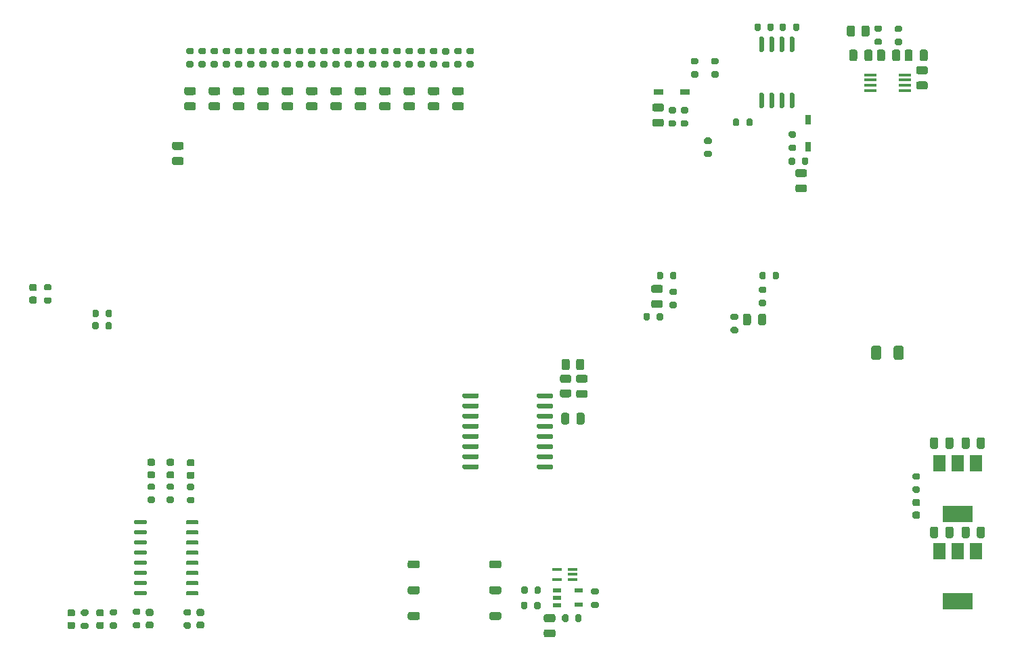
<source format=gtp>
%TF.GenerationSoftware,KiCad,Pcbnew,(5.1.8)-1*%
%TF.CreationDate,2022-02-24T01:16:36-05:00*%
%TF.ProjectId,OCE_L,4f43455f-4c2e-46b6-9963-61645f706362,rev?*%
%TF.SameCoordinates,Original*%
%TF.FileFunction,Paste,Top*%
%TF.FilePolarity,Positive*%
%FSLAX46Y46*%
G04 Gerber Fmt 4.6, Leading zero omitted, Abs format (unit mm)*
G04 Created by KiCad (PCBNEW (5.1.8)-1) date 2022-02-24 01:16:36*
%MOMM*%
%LPD*%
G01*
G04 APERTURE LIST*
%ADD10R,1.524000X0.431800*%
%ADD11R,1.500000X2.000000*%
%ADD12R,3.800000X2.000000*%
%ADD13R,0.762000X1.219200*%
%ADD14R,1.219200X0.762000*%
%ADD15R,1.003300X0.508000*%
%ADD16R,1.170000X0.400000*%
G04 APERTURE END LIST*
D10*
%TO.C,U8*%
X144132300Y-49540402D03*
X144132300Y-50190400D03*
X144132300Y-50840402D03*
X144132300Y-51490400D03*
X148475700Y-51490400D03*
X148475700Y-50840402D03*
X148475700Y-50190400D03*
X148475700Y-49540402D03*
%TD*%
%TO.C,R12*%
G36*
G01*
X130958000Y-76855000D02*
X130408000Y-76855000D01*
G75*
G02*
X130208000Y-76655000I0J200000D01*
G01*
X130208000Y-76255000D01*
G75*
G02*
X130408000Y-76055000I200000J0D01*
G01*
X130958000Y-76055000D01*
G75*
G02*
X131158000Y-76255000I0J-200000D01*
G01*
X131158000Y-76655000D01*
G75*
G02*
X130958000Y-76855000I-200000J0D01*
G01*
G37*
G36*
G01*
X130958000Y-78505000D02*
X130408000Y-78505000D01*
G75*
G02*
X130208000Y-78305000I0J200000D01*
G01*
X130208000Y-77905000D01*
G75*
G02*
X130408000Y-77705000I200000J0D01*
G01*
X130958000Y-77705000D01*
G75*
G02*
X131158000Y-77905000I0J-200000D01*
G01*
X131158000Y-78305000D01*
G75*
G02*
X130958000Y-78505000I-200000J0D01*
G01*
G37*
%TD*%
D11*
%TO.C,U1*%
X157367000Y-109143000D03*
X152767000Y-109143000D03*
X155067000Y-109143000D03*
D12*
X155067000Y-115443000D03*
%TD*%
D11*
%TO.C,U5*%
X157367000Y-98171000D03*
X152767000Y-98171000D03*
X155067000Y-98171000D03*
D12*
X155067000Y-104471000D03*
%TD*%
%TO.C,C3*%
G36*
G01*
X135034000Y-63238001D02*
X135984000Y-63238001D01*
G75*
G02*
X136234000Y-63488001I0J-250000D01*
G01*
X136234000Y-63988001D01*
G75*
G02*
X135984000Y-64238001I-250000J0D01*
G01*
X135034000Y-64238001D01*
G75*
G02*
X134784000Y-63988001I0J250000D01*
G01*
X134784000Y-63488001D01*
G75*
G02*
X135034000Y-63238001I250000J0D01*
G01*
G37*
G36*
G01*
X135034000Y-61338001D02*
X135984000Y-61338001D01*
G75*
G02*
X136234000Y-61588001I0J-250000D01*
G01*
X136234000Y-62088001D01*
G75*
G02*
X135984000Y-62338001I-250000J0D01*
G01*
X135034000Y-62338001D01*
G75*
G02*
X134784000Y-62088001I0J250000D01*
G01*
X134784000Y-61588001D01*
G75*
G02*
X135034000Y-61338001I250000J0D01*
G01*
G37*
%TD*%
%TO.C,C5*%
G36*
G01*
X117950000Y-76827000D02*
X117000000Y-76827000D01*
G75*
G02*
X116750000Y-76577000I0J250000D01*
G01*
X116750000Y-76077000D01*
G75*
G02*
X117000000Y-75827000I250000J0D01*
G01*
X117950000Y-75827000D01*
G75*
G02*
X118200000Y-76077000I0J-250000D01*
G01*
X118200000Y-76577000D01*
G75*
G02*
X117950000Y-76827000I-250000J0D01*
G01*
G37*
G36*
G01*
X117950000Y-78727000D02*
X117000000Y-78727000D01*
G75*
G02*
X116750000Y-78477000I0J250000D01*
G01*
X116750000Y-77977000D01*
G75*
G02*
X117000000Y-77727000I250000J0D01*
G01*
X117950000Y-77727000D01*
G75*
G02*
X118200000Y-77977000I0J-250000D01*
G01*
X118200000Y-78477000D01*
G75*
G02*
X117950000Y-78727000I-250000J0D01*
G01*
G37*
%TD*%
%TO.C,C6*%
G36*
G01*
X130127200Y-80637400D02*
X130127200Y-79687400D01*
G75*
G02*
X130377200Y-79437400I250000J0D01*
G01*
X130877200Y-79437400D01*
G75*
G02*
X131127200Y-79687400I0J-250000D01*
G01*
X131127200Y-80637400D01*
G75*
G02*
X130877200Y-80887400I-250000J0D01*
G01*
X130377200Y-80887400D01*
G75*
G02*
X130127200Y-80637400I0J250000D01*
G01*
G37*
G36*
G01*
X128227200Y-80637400D02*
X128227200Y-79687400D01*
G75*
G02*
X128477200Y-79437400I250000J0D01*
G01*
X128977200Y-79437400D01*
G75*
G02*
X129227200Y-79687400I0J-250000D01*
G01*
X129227200Y-80637400D01*
G75*
G02*
X128977200Y-80887400I-250000J0D01*
G01*
X128477200Y-80887400D01*
G75*
G02*
X128227200Y-80637400I0J250000D01*
G01*
G37*
%TD*%
%TO.C,C7*%
G36*
G01*
X107394200Y-93045300D02*
X107394200Y-92095300D01*
G75*
G02*
X107644200Y-91845300I250000J0D01*
G01*
X108144200Y-91845300D01*
G75*
G02*
X108394200Y-92095300I0J-250000D01*
G01*
X108394200Y-93045300D01*
G75*
G02*
X108144200Y-93295300I-250000J0D01*
G01*
X107644200Y-93295300D01*
G75*
G02*
X107394200Y-93045300I0J250000D01*
G01*
G37*
G36*
G01*
X105494200Y-93045300D02*
X105494200Y-92095300D01*
G75*
G02*
X105744200Y-91845300I250000J0D01*
G01*
X106244200Y-91845300D01*
G75*
G02*
X106494200Y-92095300I0J-250000D01*
G01*
X106494200Y-93045300D01*
G75*
G02*
X106244200Y-93295300I-250000J0D01*
G01*
X105744200Y-93295300D01*
G75*
G02*
X105494200Y-93045300I0J250000D01*
G01*
G37*
%TD*%
%TO.C,C9*%
G36*
G01*
X58580000Y-52962000D02*
X59530000Y-52962000D01*
G75*
G02*
X59780000Y-53212000I0J-250000D01*
G01*
X59780000Y-53712000D01*
G75*
G02*
X59530000Y-53962000I-250000J0D01*
G01*
X58580000Y-53962000D01*
G75*
G02*
X58330000Y-53712000I0J250000D01*
G01*
X58330000Y-53212000D01*
G75*
G02*
X58580000Y-52962000I250000J0D01*
G01*
G37*
G36*
G01*
X58580000Y-51062000D02*
X59530000Y-51062000D01*
G75*
G02*
X59780000Y-51312000I0J-250000D01*
G01*
X59780000Y-51812000D01*
G75*
G02*
X59530000Y-52062000I-250000J0D01*
G01*
X58580000Y-52062000D01*
G75*
G02*
X58330000Y-51812000I0J250000D01*
G01*
X58330000Y-51312000D01*
G75*
G02*
X58580000Y-51062000I250000J0D01*
G01*
G37*
%TD*%
%TO.C,C10*%
G36*
G01*
X108552000Y-88079200D02*
X107602000Y-88079200D01*
G75*
G02*
X107352000Y-87829200I0J250000D01*
G01*
X107352000Y-87329200D01*
G75*
G02*
X107602000Y-87079200I250000J0D01*
G01*
X108552000Y-87079200D01*
G75*
G02*
X108802000Y-87329200I0J-250000D01*
G01*
X108802000Y-87829200D01*
G75*
G02*
X108552000Y-88079200I-250000J0D01*
G01*
G37*
G36*
G01*
X108552000Y-89979200D02*
X107602000Y-89979200D01*
G75*
G02*
X107352000Y-89729200I0J250000D01*
G01*
X107352000Y-89229200D01*
G75*
G02*
X107602000Y-88979200I250000J0D01*
G01*
X108552000Y-88979200D01*
G75*
G02*
X108802000Y-89229200I0J-250000D01*
G01*
X108802000Y-89729200D01*
G75*
G02*
X108552000Y-89979200I-250000J0D01*
G01*
G37*
%TD*%
%TO.C,C11*%
G36*
G01*
X61628000Y-52962000D02*
X62578000Y-52962000D01*
G75*
G02*
X62828000Y-53212000I0J-250000D01*
G01*
X62828000Y-53712000D01*
G75*
G02*
X62578000Y-53962000I-250000J0D01*
G01*
X61628000Y-53962000D01*
G75*
G02*
X61378000Y-53712000I0J250000D01*
G01*
X61378000Y-53212000D01*
G75*
G02*
X61628000Y-52962000I250000J0D01*
G01*
G37*
G36*
G01*
X61628000Y-51062000D02*
X62578000Y-51062000D01*
G75*
G02*
X62828000Y-51312000I0J-250000D01*
G01*
X62828000Y-51812000D01*
G75*
G02*
X62578000Y-52062000I-250000J0D01*
G01*
X61628000Y-52062000D01*
G75*
G02*
X61378000Y-51812000I0J250000D01*
G01*
X61378000Y-51312000D01*
G75*
G02*
X61628000Y-51062000I250000J0D01*
G01*
G37*
%TD*%
%TO.C,C12*%
G36*
G01*
X64676000Y-52962000D02*
X65626000Y-52962000D01*
G75*
G02*
X65876000Y-53212000I0J-250000D01*
G01*
X65876000Y-53712000D01*
G75*
G02*
X65626000Y-53962000I-250000J0D01*
G01*
X64676000Y-53962000D01*
G75*
G02*
X64426000Y-53712000I0J250000D01*
G01*
X64426000Y-53212000D01*
G75*
G02*
X64676000Y-52962000I250000J0D01*
G01*
G37*
G36*
G01*
X64676000Y-51062000D02*
X65626000Y-51062000D01*
G75*
G02*
X65876000Y-51312000I0J-250000D01*
G01*
X65876000Y-51812000D01*
G75*
G02*
X65626000Y-52062000I-250000J0D01*
G01*
X64676000Y-52062000D01*
G75*
G02*
X64426000Y-51812000I0J250000D01*
G01*
X64426000Y-51312000D01*
G75*
G02*
X64676000Y-51062000I250000J0D01*
G01*
G37*
%TD*%
%TO.C,C13*%
G36*
G01*
X92108000Y-52962000D02*
X93058000Y-52962000D01*
G75*
G02*
X93308000Y-53212000I0J-250000D01*
G01*
X93308000Y-53712000D01*
G75*
G02*
X93058000Y-53962000I-250000J0D01*
G01*
X92108000Y-53962000D01*
G75*
G02*
X91858000Y-53712000I0J250000D01*
G01*
X91858000Y-53212000D01*
G75*
G02*
X92108000Y-52962000I250000J0D01*
G01*
G37*
G36*
G01*
X92108000Y-51062000D02*
X93058000Y-51062000D01*
G75*
G02*
X93308000Y-51312000I0J-250000D01*
G01*
X93308000Y-51812000D01*
G75*
G02*
X93058000Y-52062000I-250000J0D01*
G01*
X92108000Y-52062000D01*
G75*
G02*
X91858000Y-51812000I0J250000D01*
G01*
X91858000Y-51312000D01*
G75*
G02*
X92108000Y-51062000I250000J0D01*
G01*
G37*
%TD*%
%TO.C,C14*%
G36*
G01*
X67724000Y-52962000D02*
X68674000Y-52962000D01*
G75*
G02*
X68924000Y-53212000I0J-250000D01*
G01*
X68924000Y-53712000D01*
G75*
G02*
X68674000Y-53962000I-250000J0D01*
G01*
X67724000Y-53962000D01*
G75*
G02*
X67474000Y-53712000I0J250000D01*
G01*
X67474000Y-53212000D01*
G75*
G02*
X67724000Y-52962000I250000J0D01*
G01*
G37*
G36*
G01*
X67724000Y-51062000D02*
X68674000Y-51062000D01*
G75*
G02*
X68924000Y-51312000I0J-250000D01*
G01*
X68924000Y-51812000D01*
G75*
G02*
X68674000Y-52062000I-250000J0D01*
G01*
X67724000Y-52062000D01*
G75*
G02*
X67474000Y-51812000I0J250000D01*
G01*
X67474000Y-51312000D01*
G75*
G02*
X67724000Y-51062000I250000J0D01*
G01*
G37*
%TD*%
%TO.C,C15*%
G36*
G01*
X89060000Y-52962000D02*
X90010000Y-52962000D01*
G75*
G02*
X90260000Y-53212000I0J-250000D01*
G01*
X90260000Y-53712000D01*
G75*
G02*
X90010000Y-53962000I-250000J0D01*
G01*
X89060000Y-53962000D01*
G75*
G02*
X88810000Y-53712000I0J250000D01*
G01*
X88810000Y-53212000D01*
G75*
G02*
X89060000Y-52962000I250000J0D01*
G01*
G37*
G36*
G01*
X89060000Y-51062000D02*
X90010000Y-51062000D01*
G75*
G02*
X90260000Y-51312000I0J-250000D01*
G01*
X90260000Y-51812000D01*
G75*
G02*
X90010000Y-52062000I-250000J0D01*
G01*
X89060000Y-52062000D01*
G75*
G02*
X88810000Y-51812000I0J250000D01*
G01*
X88810000Y-51312000D01*
G75*
G02*
X89060000Y-51062000I250000J0D01*
G01*
G37*
%TD*%
%TO.C,C16*%
G36*
G01*
X70772000Y-52962000D02*
X71722000Y-52962000D01*
G75*
G02*
X71972000Y-53212000I0J-250000D01*
G01*
X71972000Y-53712000D01*
G75*
G02*
X71722000Y-53962000I-250000J0D01*
G01*
X70772000Y-53962000D01*
G75*
G02*
X70522000Y-53712000I0J250000D01*
G01*
X70522000Y-53212000D01*
G75*
G02*
X70772000Y-52962000I250000J0D01*
G01*
G37*
G36*
G01*
X70772000Y-51062000D02*
X71722000Y-51062000D01*
G75*
G02*
X71972000Y-51312000I0J-250000D01*
G01*
X71972000Y-51812000D01*
G75*
G02*
X71722000Y-52062000I-250000J0D01*
G01*
X70772000Y-52062000D01*
G75*
G02*
X70522000Y-51812000I0J250000D01*
G01*
X70522000Y-51312000D01*
G75*
G02*
X70772000Y-51062000I250000J0D01*
G01*
G37*
%TD*%
%TO.C,C17*%
G36*
G01*
X86012000Y-52962000D02*
X86962000Y-52962000D01*
G75*
G02*
X87212000Y-53212000I0J-250000D01*
G01*
X87212000Y-53712000D01*
G75*
G02*
X86962000Y-53962000I-250000J0D01*
G01*
X86012000Y-53962000D01*
G75*
G02*
X85762000Y-53712000I0J250000D01*
G01*
X85762000Y-53212000D01*
G75*
G02*
X86012000Y-52962000I250000J0D01*
G01*
G37*
G36*
G01*
X86012000Y-51062000D02*
X86962000Y-51062000D01*
G75*
G02*
X87212000Y-51312000I0J-250000D01*
G01*
X87212000Y-51812000D01*
G75*
G02*
X86962000Y-52062000I-250000J0D01*
G01*
X86012000Y-52062000D01*
G75*
G02*
X85762000Y-51812000I0J250000D01*
G01*
X85762000Y-51312000D01*
G75*
G02*
X86012000Y-51062000I250000J0D01*
G01*
G37*
%TD*%
%TO.C,C18*%
G36*
G01*
X82964000Y-52962000D02*
X83914000Y-52962000D01*
G75*
G02*
X84164000Y-53212000I0J-250000D01*
G01*
X84164000Y-53712000D01*
G75*
G02*
X83914000Y-53962000I-250000J0D01*
G01*
X82964000Y-53962000D01*
G75*
G02*
X82714000Y-53712000I0J250000D01*
G01*
X82714000Y-53212000D01*
G75*
G02*
X82964000Y-52962000I250000J0D01*
G01*
G37*
G36*
G01*
X82964000Y-51062000D02*
X83914000Y-51062000D01*
G75*
G02*
X84164000Y-51312000I0J-250000D01*
G01*
X84164000Y-51812000D01*
G75*
G02*
X83914000Y-52062000I-250000J0D01*
G01*
X82964000Y-52062000D01*
G75*
G02*
X82714000Y-51812000I0J250000D01*
G01*
X82714000Y-51312000D01*
G75*
G02*
X82964000Y-51062000I250000J0D01*
G01*
G37*
%TD*%
%TO.C,C19*%
G36*
G01*
X73820000Y-52962000D02*
X74770000Y-52962000D01*
G75*
G02*
X75020000Y-53212000I0J-250000D01*
G01*
X75020000Y-53712000D01*
G75*
G02*
X74770000Y-53962000I-250000J0D01*
G01*
X73820000Y-53962000D01*
G75*
G02*
X73570000Y-53712000I0J250000D01*
G01*
X73570000Y-53212000D01*
G75*
G02*
X73820000Y-52962000I250000J0D01*
G01*
G37*
G36*
G01*
X73820000Y-51062000D02*
X74770000Y-51062000D01*
G75*
G02*
X75020000Y-51312000I0J-250000D01*
G01*
X75020000Y-51812000D01*
G75*
G02*
X74770000Y-52062000I-250000J0D01*
G01*
X73820000Y-52062000D01*
G75*
G02*
X73570000Y-51812000I0J250000D01*
G01*
X73570000Y-51312000D01*
G75*
G02*
X73820000Y-51062000I250000J0D01*
G01*
G37*
%TD*%
%TO.C,C20*%
G36*
G01*
X79916000Y-52962000D02*
X80866000Y-52962000D01*
G75*
G02*
X81116000Y-53212000I0J-250000D01*
G01*
X81116000Y-53712000D01*
G75*
G02*
X80866000Y-53962000I-250000J0D01*
G01*
X79916000Y-53962000D01*
G75*
G02*
X79666000Y-53712000I0J250000D01*
G01*
X79666000Y-53212000D01*
G75*
G02*
X79916000Y-52962000I250000J0D01*
G01*
G37*
G36*
G01*
X79916000Y-51062000D02*
X80866000Y-51062000D01*
G75*
G02*
X81116000Y-51312000I0J-250000D01*
G01*
X81116000Y-51812000D01*
G75*
G02*
X80866000Y-52062000I-250000J0D01*
G01*
X79916000Y-52062000D01*
G75*
G02*
X79666000Y-51812000I0J250000D01*
G01*
X79666000Y-51312000D01*
G75*
G02*
X79916000Y-51062000I250000J0D01*
G01*
G37*
%TD*%
%TO.C,C21*%
G36*
G01*
X76868000Y-52962000D02*
X77818000Y-52962000D01*
G75*
G02*
X78068000Y-53212000I0J-250000D01*
G01*
X78068000Y-53712000D01*
G75*
G02*
X77818000Y-53962000I-250000J0D01*
G01*
X76868000Y-53962000D01*
G75*
G02*
X76618000Y-53712000I0J250000D01*
G01*
X76618000Y-53212000D01*
G75*
G02*
X76868000Y-52962000I250000J0D01*
G01*
G37*
G36*
G01*
X76868000Y-51062000D02*
X77818000Y-51062000D01*
G75*
G02*
X78068000Y-51312000I0J-250000D01*
G01*
X78068000Y-51812000D01*
G75*
G02*
X77818000Y-52062000I-250000J0D01*
G01*
X76868000Y-52062000D01*
G75*
G02*
X76618000Y-51812000I0J250000D01*
G01*
X76618000Y-51312000D01*
G75*
G02*
X76868000Y-51062000I250000J0D01*
G01*
G37*
%TD*%
%TO.C,R22*%
G36*
G01*
X105594998Y-88891700D02*
X106495002Y-88891700D01*
G75*
G02*
X106745000Y-89141698I0J-249998D01*
G01*
X106745000Y-89666702D01*
G75*
G02*
X106495002Y-89916700I-249998J0D01*
G01*
X105594998Y-89916700D01*
G75*
G02*
X105345000Y-89666702I0J249998D01*
G01*
X105345000Y-89141698D01*
G75*
G02*
X105594998Y-88891700I249998J0D01*
G01*
G37*
G36*
G01*
X105594998Y-87066700D02*
X106495002Y-87066700D01*
G75*
G02*
X106745000Y-87316698I0J-249998D01*
G01*
X106745000Y-87841702D01*
G75*
G02*
X106495002Y-88091700I-249998J0D01*
G01*
X105594998Y-88091700D01*
G75*
G02*
X105345000Y-87841702I0J249998D01*
G01*
X105345000Y-87316698D01*
G75*
G02*
X105594998Y-87066700I249998J0D01*
G01*
G37*
%TD*%
%TO.C,R27*%
G36*
G01*
X106557500Y-85351198D02*
X106557500Y-86251202D01*
G75*
G02*
X106307502Y-86501200I-249998J0D01*
G01*
X105782498Y-86501200D01*
G75*
G02*
X105532500Y-86251202I0J249998D01*
G01*
X105532500Y-85351198D01*
G75*
G02*
X105782498Y-85101200I249998J0D01*
G01*
X106307502Y-85101200D01*
G75*
G02*
X106557500Y-85351198I0J-249998D01*
G01*
G37*
G36*
G01*
X108382500Y-85351198D02*
X108382500Y-86251202D01*
G75*
G02*
X108132502Y-86501200I-249998J0D01*
G01*
X107607498Y-86501200D01*
G75*
G02*
X107357500Y-86251202I0J249998D01*
G01*
X107357500Y-85351198D01*
G75*
G02*
X107607498Y-85101200I249998J0D01*
G01*
X108132502Y-85101200D01*
G75*
G02*
X108382500Y-85351198I0J-249998D01*
G01*
G37*
%TD*%
%TO.C,U2*%
G36*
G01*
X53632000Y-114289500D02*
X53632000Y-114564500D01*
G75*
G02*
X53494500Y-114702000I-137500J0D01*
G01*
X52169500Y-114702000D01*
G75*
G02*
X52032000Y-114564500I0J137500D01*
G01*
X52032000Y-114289500D01*
G75*
G02*
X52169500Y-114152000I137500J0D01*
G01*
X53494500Y-114152000D01*
G75*
G02*
X53632000Y-114289500I0J-137500D01*
G01*
G37*
G36*
G01*
X53632000Y-113019500D02*
X53632000Y-113294500D01*
G75*
G02*
X53494500Y-113432000I-137500J0D01*
G01*
X52169500Y-113432000D01*
G75*
G02*
X52032000Y-113294500I0J137500D01*
G01*
X52032000Y-113019500D01*
G75*
G02*
X52169500Y-112882000I137500J0D01*
G01*
X53494500Y-112882000D01*
G75*
G02*
X53632000Y-113019500I0J-137500D01*
G01*
G37*
G36*
G01*
X53632000Y-111749500D02*
X53632000Y-112024500D01*
G75*
G02*
X53494500Y-112162000I-137500J0D01*
G01*
X52169500Y-112162000D01*
G75*
G02*
X52032000Y-112024500I0J137500D01*
G01*
X52032000Y-111749500D01*
G75*
G02*
X52169500Y-111612000I137500J0D01*
G01*
X53494500Y-111612000D01*
G75*
G02*
X53632000Y-111749500I0J-137500D01*
G01*
G37*
G36*
G01*
X53632000Y-110479500D02*
X53632000Y-110754500D01*
G75*
G02*
X53494500Y-110892000I-137500J0D01*
G01*
X52169500Y-110892000D01*
G75*
G02*
X52032000Y-110754500I0J137500D01*
G01*
X52032000Y-110479500D01*
G75*
G02*
X52169500Y-110342000I137500J0D01*
G01*
X53494500Y-110342000D01*
G75*
G02*
X53632000Y-110479500I0J-137500D01*
G01*
G37*
G36*
G01*
X53632000Y-109209500D02*
X53632000Y-109484500D01*
G75*
G02*
X53494500Y-109622000I-137500J0D01*
G01*
X52169500Y-109622000D01*
G75*
G02*
X52032000Y-109484500I0J137500D01*
G01*
X52032000Y-109209500D01*
G75*
G02*
X52169500Y-109072000I137500J0D01*
G01*
X53494500Y-109072000D01*
G75*
G02*
X53632000Y-109209500I0J-137500D01*
G01*
G37*
G36*
G01*
X53632000Y-107939500D02*
X53632000Y-108214500D01*
G75*
G02*
X53494500Y-108352000I-137500J0D01*
G01*
X52169500Y-108352000D01*
G75*
G02*
X52032000Y-108214500I0J137500D01*
G01*
X52032000Y-107939500D01*
G75*
G02*
X52169500Y-107802000I137500J0D01*
G01*
X53494500Y-107802000D01*
G75*
G02*
X53632000Y-107939500I0J-137500D01*
G01*
G37*
G36*
G01*
X53632000Y-106669500D02*
X53632000Y-106944500D01*
G75*
G02*
X53494500Y-107082000I-137500J0D01*
G01*
X52169500Y-107082000D01*
G75*
G02*
X52032000Y-106944500I0J137500D01*
G01*
X52032000Y-106669500D01*
G75*
G02*
X52169500Y-106532000I137500J0D01*
G01*
X53494500Y-106532000D01*
G75*
G02*
X53632000Y-106669500I0J-137500D01*
G01*
G37*
G36*
G01*
X53632000Y-105399500D02*
X53632000Y-105674500D01*
G75*
G02*
X53494500Y-105812000I-137500J0D01*
G01*
X52169500Y-105812000D01*
G75*
G02*
X52032000Y-105674500I0J137500D01*
G01*
X52032000Y-105399500D01*
G75*
G02*
X52169500Y-105262000I137500J0D01*
G01*
X53494500Y-105262000D01*
G75*
G02*
X53632000Y-105399500I0J-137500D01*
G01*
G37*
G36*
G01*
X60132000Y-105399500D02*
X60132000Y-105674500D01*
G75*
G02*
X59994500Y-105812000I-137500J0D01*
G01*
X58669500Y-105812000D01*
G75*
G02*
X58532000Y-105674500I0J137500D01*
G01*
X58532000Y-105399500D01*
G75*
G02*
X58669500Y-105262000I137500J0D01*
G01*
X59994500Y-105262000D01*
G75*
G02*
X60132000Y-105399500I0J-137500D01*
G01*
G37*
G36*
G01*
X60132000Y-106669500D02*
X60132000Y-106944500D01*
G75*
G02*
X59994500Y-107082000I-137500J0D01*
G01*
X58669500Y-107082000D01*
G75*
G02*
X58532000Y-106944500I0J137500D01*
G01*
X58532000Y-106669500D01*
G75*
G02*
X58669500Y-106532000I137500J0D01*
G01*
X59994500Y-106532000D01*
G75*
G02*
X60132000Y-106669500I0J-137500D01*
G01*
G37*
G36*
G01*
X60132000Y-107939500D02*
X60132000Y-108214500D01*
G75*
G02*
X59994500Y-108352000I-137500J0D01*
G01*
X58669500Y-108352000D01*
G75*
G02*
X58532000Y-108214500I0J137500D01*
G01*
X58532000Y-107939500D01*
G75*
G02*
X58669500Y-107802000I137500J0D01*
G01*
X59994500Y-107802000D01*
G75*
G02*
X60132000Y-107939500I0J-137500D01*
G01*
G37*
G36*
G01*
X60132000Y-109209500D02*
X60132000Y-109484500D01*
G75*
G02*
X59994500Y-109622000I-137500J0D01*
G01*
X58669500Y-109622000D01*
G75*
G02*
X58532000Y-109484500I0J137500D01*
G01*
X58532000Y-109209500D01*
G75*
G02*
X58669500Y-109072000I137500J0D01*
G01*
X59994500Y-109072000D01*
G75*
G02*
X60132000Y-109209500I0J-137500D01*
G01*
G37*
G36*
G01*
X60132000Y-110479500D02*
X60132000Y-110754500D01*
G75*
G02*
X59994500Y-110892000I-137500J0D01*
G01*
X58669500Y-110892000D01*
G75*
G02*
X58532000Y-110754500I0J137500D01*
G01*
X58532000Y-110479500D01*
G75*
G02*
X58669500Y-110342000I137500J0D01*
G01*
X59994500Y-110342000D01*
G75*
G02*
X60132000Y-110479500I0J-137500D01*
G01*
G37*
G36*
G01*
X60132000Y-111749500D02*
X60132000Y-112024500D01*
G75*
G02*
X59994500Y-112162000I-137500J0D01*
G01*
X58669500Y-112162000D01*
G75*
G02*
X58532000Y-112024500I0J137500D01*
G01*
X58532000Y-111749500D01*
G75*
G02*
X58669500Y-111612000I137500J0D01*
G01*
X59994500Y-111612000D01*
G75*
G02*
X60132000Y-111749500I0J-137500D01*
G01*
G37*
G36*
G01*
X60132000Y-113019500D02*
X60132000Y-113294500D01*
G75*
G02*
X59994500Y-113432000I-137500J0D01*
G01*
X58669500Y-113432000D01*
G75*
G02*
X58532000Y-113294500I0J137500D01*
G01*
X58532000Y-113019500D01*
G75*
G02*
X58669500Y-112882000I137500J0D01*
G01*
X59994500Y-112882000D01*
G75*
G02*
X60132000Y-113019500I0J-137500D01*
G01*
G37*
G36*
G01*
X60132000Y-114289500D02*
X60132000Y-114564500D01*
G75*
G02*
X59994500Y-114702000I-137500J0D01*
G01*
X58669500Y-114702000D01*
G75*
G02*
X58532000Y-114564500I0J137500D01*
G01*
X58532000Y-114289500D01*
G75*
G02*
X58669500Y-114152000I137500J0D01*
G01*
X59994500Y-114152000D01*
G75*
G02*
X60132000Y-114289500I0J-137500D01*
G01*
G37*
%TD*%
%TO.C,C22*%
G36*
G01*
X58006000Y-58920000D02*
X57056000Y-58920000D01*
G75*
G02*
X56806000Y-58670000I0J250000D01*
G01*
X56806000Y-58170000D01*
G75*
G02*
X57056000Y-57920000I250000J0D01*
G01*
X58006000Y-57920000D01*
G75*
G02*
X58256000Y-58170000I0J-250000D01*
G01*
X58256000Y-58670000D01*
G75*
G02*
X58006000Y-58920000I-250000J0D01*
G01*
G37*
G36*
G01*
X58006000Y-60820000D02*
X57056000Y-60820000D01*
G75*
G02*
X56806000Y-60570000I0J250000D01*
G01*
X56806000Y-60070000D01*
G75*
G02*
X57056000Y-59820000I250000J0D01*
G01*
X58006000Y-59820000D01*
G75*
G02*
X58256000Y-60070000I0J-250000D01*
G01*
X58256000Y-60570000D01*
G75*
G02*
X58006000Y-60820000I-250000J0D01*
G01*
G37*
%TD*%
%TO.C,C1*%
G36*
G01*
X153551000Y-96106000D02*
X153551000Y-95156000D01*
G75*
G02*
X153801000Y-94906000I250000J0D01*
G01*
X154301000Y-94906000D01*
G75*
G02*
X154551000Y-95156000I0J-250000D01*
G01*
X154551000Y-96106000D01*
G75*
G02*
X154301000Y-96356000I-250000J0D01*
G01*
X153801000Y-96356000D01*
G75*
G02*
X153551000Y-96106000I0J250000D01*
G01*
G37*
G36*
G01*
X151651000Y-96106000D02*
X151651000Y-95156000D01*
G75*
G02*
X151901000Y-94906000I250000J0D01*
G01*
X152401000Y-94906000D01*
G75*
G02*
X152651000Y-95156000I0J-250000D01*
G01*
X152651000Y-96106000D01*
G75*
G02*
X152401000Y-96356000I-250000J0D01*
G01*
X151901000Y-96356000D01*
G75*
G02*
X151651000Y-96106000I0J250000D01*
G01*
G37*
%TD*%
%TO.C,C2*%
G36*
G01*
X152651000Y-106332000D02*
X152651000Y-107282000D01*
G75*
G02*
X152401000Y-107532000I-250000J0D01*
G01*
X151901000Y-107532000D01*
G75*
G02*
X151651000Y-107282000I0J250000D01*
G01*
X151651000Y-106332000D01*
G75*
G02*
X151901000Y-106082000I250000J0D01*
G01*
X152401000Y-106082000D01*
G75*
G02*
X152651000Y-106332000I0J-250000D01*
G01*
G37*
G36*
G01*
X154551000Y-106332000D02*
X154551000Y-107282000D01*
G75*
G02*
X154301000Y-107532000I-250000J0D01*
G01*
X153801000Y-107532000D01*
G75*
G02*
X153551000Y-107282000I0J250000D01*
G01*
X153551000Y-106332000D01*
G75*
G02*
X153801000Y-106082000I250000J0D01*
G01*
X154301000Y-106082000D01*
G75*
G02*
X154551000Y-106332000I0J-250000D01*
G01*
G37*
%TD*%
%TO.C,C23*%
G36*
G01*
X157483000Y-107282000D02*
X157483000Y-106332000D01*
G75*
G02*
X157733000Y-106082000I250000J0D01*
G01*
X158233000Y-106082000D01*
G75*
G02*
X158483000Y-106332000I0J-250000D01*
G01*
X158483000Y-107282000D01*
G75*
G02*
X158233000Y-107532000I-250000J0D01*
G01*
X157733000Y-107532000D01*
G75*
G02*
X157483000Y-107282000I0J250000D01*
G01*
G37*
G36*
G01*
X155583000Y-107282000D02*
X155583000Y-106332000D01*
G75*
G02*
X155833000Y-106082000I250000J0D01*
G01*
X156333000Y-106082000D01*
G75*
G02*
X156583000Y-106332000I0J-250000D01*
G01*
X156583000Y-107282000D01*
G75*
G02*
X156333000Y-107532000I-250000J0D01*
G01*
X155833000Y-107532000D01*
G75*
G02*
X155583000Y-107282000I0J250000D01*
G01*
G37*
%TD*%
%TO.C,C24*%
G36*
G01*
X156583000Y-95156000D02*
X156583000Y-96106000D01*
G75*
G02*
X156333000Y-96356000I-250000J0D01*
G01*
X155833000Y-96356000D01*
G75*
G02*
X155583000Y-96106000I0J250000D01*
G01*
X155583000Y-95156000D01*
G75*
G02*
X155833000Y-94906000I250000J0D01*
G01*
X156333000Y-94906000D01*
G75*
G02*
X156583000Y-95156000I0J-250000D01*
G01*
G37*
G36*
G01*
X158483000Y-95156000D02*
X158483000Y-96106000D01*
G75*
G02*
X158233000Y-96356000I-250000J0D01*
G01*
X157733000Y-96356000D01*
G75*
G02*
X157483000Y-96106000I0J250000D01*
G01*
X157483000Y-95156000D01*
G75*
G02*
X157733000Y-94906000I250000J0D01*
G01*
X158233000Y-94906000D01*
G75*
G02*
X158483000Y-95156000I0J-250000D01*
G01*
G37*
%TD*%
%TO.C,R2*%
G36*
G01*
X127782000Y-55198600D02*
X127782000Y-55748600D01*
G75*
G02*
X127582000Y-55948600I-200000J0D01*
G01*
X127182000Y-55948600D01*
G75*
G02*
X126982000Y-55748600I0J200000D01*
G01*
X126982000Y-55198600D01*
G75*
G02*
X127182000Y-54998600I200000J0D01*
G01*
X127582000Y-54998600D01*
G75*
G02*
X127782000Y-55198600I0J-200000D01*
G01*
G37*
G36*
G01*
X129432000Y-55198600D02*
X129432000Y-55748600D01*
G75*
G02*
X129232000Y-55948600I-200000J0D01*
G01*
X128832000Y-55948600D01*
G75*
G02*
X128632000Y-55748600I0J200000D01*
G01*
X128632000Y-55198600D01*
G75*
G02*
X128832000Y-54998600I200000J0D01*
G01*
X129232000Y-54998600D01*
G75*
G02*
X129432000Y-55198600I0J-200000D01*
G01*
G37*
%TD*%
%TO.C,R5*%
G36*
G01*
X124125400Y-58186000D02*
X123575400Y-58186000D01*
G75*
G02*
X123375400Y-57986000I0J200000D01*
G01*
X123375400Y-57586000D01*
G75*
G02*
X123575400Y-57386000I200000J0D01*
G01*
X124125400Y-57386000D01*
G75*
G02*
X124325400Y-57586000I0J-200000D01*
G01*
X124325400Y-57986000D01*
G75*
G02*
X124125400Y-58186000I-200000J0D01*
G01*
G37*
G36*
G01*
X124125400Y-59836000D02*
X123575400Y-59836000D01*
G75*
G02*
X123375400Y-59636000I0J200000D01*
G01*
X123375400Y-59236000D01*
G75*
G02*
X123575400Y-59036000I200000J0D01*
G01*
X124125400Y-59036000D01*
G75*
G02*
X124325400Y-59236000I0J-200000D01*
G01*
X124325400Y-59636000D01*
G75*
G02*
X124125400Y-59836000I-200000J0D01*
G01*
G37*
%TD*%
%TO.C,R7*%
G36*
G01*
X118257000Y-74401000D02*
X118257000Y-74951000D01*
G75*
G02*
X118057000Y-75151000I-200000J0D01*
G01*
X117657000Y-75151000D01*
G75*
G02*
X117457000Y-74951000I0J200000D01*
G01*
X117457000Y-74401000D01*
G75*
G02*
X117657000Y-74201000I200000J0D01*
G01*
X118057000Y-74201000D01*
G75*
G02*
X118257000Y-74401000I0J-200000D01*
G01*
G37*
G36*
G01*
X119907000Y-74401000D02*
X119907000Y-74951000D01*
G75*
G02*
X119707000Y-75151000I-200000J0D01*
G01*
X119307000Y-75151000D01*
G75*
G02*
X119107000Y-74951000I0J200000D01*
G01*
X119107000Y-74401000D01*
G75*
G02*
X119307000Y-74201000I200000J0D01*
G01*
X119707000Y-74201000D01*
G75*
G02*
X119907000Y-74401000I0J-200000D01*
G01*
G37*
%TD*%
%TO.C,R8*%
G36*
G01*
X116579600Y-79531800D02*
X116579600Y-80081800D01*
G75*
G02*
X116379600Y-80281800I-200000J0D01*
G01*
X115979600Y-80281800D01*
G75*
G02*
X115779600Y-80081800I0J200000D01*
G01*
X115779600Y-79531800D01*
G75*
G02*
X115979600Y-79331800I200000J0D01*
G01*
X116379600Y-79331800D01*
G75*
G02*
X116579600Y-79531800I0J-200000D01*
G01*
G37*
G36*
G01*
X118229600Y-79531800D02*
X118229600Y-80081800D01*
G75*
G02*
X118029600Y-80281800I-200000J0D01*
G01*
X117629600Y-80281800D01*
G75*
G02*
X117429600Y-80081800I0J200000D01*
G01*
X117429600Y-79531800D01*
G75*
G02*
X117629600Y-79331800I200000J0D01*
G01*
X118029600Y-79331800D01*
G75*
G02*
X118229600Y-79531800I0J-200000D01*
G01*
G37*
%TD*%
%TO.C,R9*%
G36*
G01*
X119782000Y-77109000D02*
X119232000Y-77109000D01*
G75*
G02*
X119032000Y-76909000I0J200000D01*
G01*
X119032000Y-76509000D01*
G75*
G02*
X119232000Y-76309000I200000J0D01*
G01*
X119782000Y-76309000D01*
G75*
G02*
X119982000Y-76509000I0J-200000D01*
G01*
X119982000Y-76909000D01*
G75*
G02*
X119782000Y-77109000I-200000J0D01*
G01*
G37*
G36*
G01*
X119782000Y-78759000D02*
X119232000Y-78759000D01*
G75*
G02*
X119032000Y-78559000I0J200000D01*
G01*
X119032000Y-78159000D01*
G75*
G02*
X119232000Y-77959000I200000J0D01*
G01*
X119782000Y-77959000D01*
G75*
G02*
X119982000Y-78159000I0J-200000D01*
G01*
X119982000Y-78559000D01*
G75*
G02*
X119782000Y-78759000I-200000J0D01*
G01*
G37*
%TD*%
%TO.C,R10*%
G36*
G01*
X131934000Y-74951000D02*
X131934000Y-74401000D01*
G75*
G02*
X132134000Y-74201000I200000J0D01*
G01*
X132534000Y-74201000D01*
G75*
G02*
X132734000Y-74401000I0J-200000D01*
G01*
X132734000Y-74951000D01*
G75*
G02*
X132534000Y-75151000I-200000J0D01*
G01*
X132134000Y-75151000D01*
G75*
G02*
X131934000Y-74951000I0J200000D01*
G01*
G37*
G36*
G01*
X130284000Y-74951000D02*
X130284000Y-74401000D01*
G75*
G02*
X130484000Y-74201000I200000J0D01*
G01*
X130884000Y-74201000D01*
G75*
G02*
X131084000Y-74401000I0J-200000D01*
G01*
X131084000Y-74951000D01*
G75*
G02*
X130884000Y-75151000I-200000J0D01*
G01*
X130484000Y-75151000D01*
G75*
G02*
X130284000Y-74951000I0J200000D01*
G01*
G37*
%TD*%
%TO.C,R11*%
G36*
G01*
X126877400Y-81083200D02*
X127427400Y-81083200D01*
G75*
G02*
X127627400Y-81283200I0J-200000D01*
G01*
X127627400Y-81683200D01*
G75*
G02*
X127427400Y-81883200I-200000J0D01*
G01*
X126877400Y-81883200D01*
G75*
G02*
X126677400Y-81683200I0J200000D01*
G01*
X126677400Y-81283200D01*
G75*
G02*
X126877400Y-81083200I200000J0D01*
G01*
G37*
G36*
G01*
X126877400Y-79433200D02*
X127427400Y-79433200D01*
G75*
G02*
X127627400Y-79633200I0J-200000D01*
G01*
X127627400Y-80033200D01*
G75*
G02*
X127427400Y-80233200I-200000J0D01*
G01*
X126877400Y-80233200D01*
G75*
G02*
X126677400Y-80033200I0J200000D01*
G01*
X126677400Y-79633200D01*
G75*
G02*
X126877400Y-79433200I200000J0D01*
G01*
G37*
%TD*%
%TO.C,R13*%
G36*
G01*
X58780000Y-47819500D02*
X59330000Y-47819500D01*
G75*
G02*
X59530000Y-48019500I0J-200000D01*
G01*
X59530000Y-48419500D01*
G75*
G02*
X59330000Y-48619500I-200000J0D01*
G01*
X58780000Y-48619500D01*
G75*
G02*
X58580000Y-48419500I0J200000D01*
G01*
X58580000Y-48019500D01*
G75*
G02*
X58780000Y-47819500I200000J0D01*
G01*
G37*
G36*
G01*
X58780000Y-46169500D02*
X59330000Y-46169500D01*
G75*
G02*
X59530000Y-46369500I0J-200000D01*
G01*
X59530000Y-46769500D01*
G75*
G02*
X59330000Y-46969500I-200000J0D01*
G01*
X58780000Y-46969500D01*
G75*
G02*
X58580000Y-46769500I0J200000D01*
G01*
X58580000Y-46369500D01*
G75*
G02*
X58780000Y-46169500I200000J0D01*
G01*
G37*
%TD*%
%TO.C,R15*%
G36*
G01*
X61828000Y-47819500D02*
X62378000Y-47819500D01*
G75*
G02*
X62578000Y-48019500I0J-200000D01*
G01*
X62578000Y-48419500D01*
G75*
G02*
X62378000Y-48619500I-200000J0D01*
G01*
X61828000Y-48619500D01*
G75*
G02*
X61628000Y-48419500I0J200000D01*
G01*
X61628000Y-48019500D01*
G75*
G02*
X61828000Y-47819500I200000J0D01*
G01*
G37*
G36*
G01*
X61828000Y-46169500D02*
X62378000Y-46169500D01*
G75*
G02*
X62578000Y-46369500I0J-200000D01*
G01*
X62578000Y-46769500D01*
G75*
G02*
X62378000Y-46969500I-200000J0D01*
G01*
X61828000Y-46969500D01*
G75*
G02*
X61628000Y-46769500I0J200000D01*
G01*
X61628000Y-46369500D01*
G75*
G02*
X61828000Y-46169500I200000J0D01*
G01*
G37*
%TD*%
%TO.C,R16*%
G36*
G01*
X64876000Y-47819500D02*
X65426000Y-47819500D01*
G75*
G02*
X65626000Y-48019500I0J-200000D01*
G01*
X65626000Y-48419500D01*
G75*
G02*
X65426000Y-48619500I-200000J0D01*
G01*
X64876000Y-48619500D01*
G75*
G02*
X64676000Y-48419500I0J200000D01*
G01*
X64676000Y-48019500D01*
G75*
G02*
X64876000Y-47819500I200000J0D01*
G01*
G37*
G36*
G01*
X64876000Y-46169500D02*
X65426000Y-46169500D01*
G75*
G02*
X65626000Y-46369500I0J-200000D01*
G01*
X65626000Y-46769500D01*
G75*
G02*
X65426000Y-46969500I-200000J0D01*
G01*
X64876000Y-46969500D01*
G75*
G02*
X64676000Y-46769500I0J200000D01*
G01*
X64676000Y-46369500D01*
G75*
G02*
X64876000Y-46169500I200000J0D01*
G01*
G37*
%TD*%
%TO.C,R17*%
G36*
G01*
X92308000Y-47819500D02*
X92858000Y-47819500D01*
G75*
G02*
X93058000Y-48019500I0J-200000D01*
G01*
X93058000Y-48419500D01*
G75*
G02*
X92858000Y-48619500I-200000J0D01*
G01*
X92308000Y-48619500D01*
G75*
G02*
X92108000Y-48419500I0J200000D01*
G01*
X92108000Y-48019500D01*
G75*
G02*
X92308000Y-47819500I200000J0D01*
G01*
G37*
G36*
G01*
X92308000Y-46169500D02*
X92858000Y-46169500D01*
G75*
G02*
X93058000Y-46369500I0J-200000D01*
G01*
X93058000Y-46769500D01*
G75*
G02*
X92858000Y-46969500I-200000J0D01*
G01*
X92308000Y-46969500D01*
G75*
G02*
X92108000Y-46769500I0J200000D01*
G01*
X92108000Y-46369500D01*
G75*
G02*
X92308000Y-46169500I200000J0D01*
G01*
G37*
%TD*%
%TO.C,R18*%
G36*
G01*
X67924000Y-47819500D02*
X68474000Y-47819500D01*
G75*
G02*
X68674000Y-48019500I0J-200000D01*
G01*
X68674000Y-48419500D01*
G75*
G02*
X68474000Y-48619500I-200000J0D01*
G01*
X67924000Y-48619500D01*
G75*
G02*
X67724000Y-48419500I0J200000D01*
G01*
X67724000Y-48019500D01*
G75*
G02*
X67924000Y-47819500I200000J0D01*
G01*
G37*
G36*
G01*
X67924000Y-46169500D02*
X68474000Y-46169500D01*
G75*
G02*
X68674000Y-46369500I0J-200000D01*
G01*
X68674000Y-46769500D01*
G75*
G02*
X68474000Y-46969500I-200000J0D01*
G01*
X67924000Y-46969500D01*
G75*
G02*
X67724000Y-46769500I0J200000D01*
G01*
X67724000Y-46369500D01*
G75*
G02*
X67924000Y-46169500I200000J0D01*
G01*
G37*
%TD*%
%TO.C,R19*%
G36*
G01*
X89260000Y-47819500D02*
X89810000Y-47819500D01*
G75*
G02*
X90010000Y-48019500I0J-200000D01*
G01*
X90010000Y-48419500D01*
G75*
G02*
X89810000Y-48619500I-200000J0D01*
G01*
X89260000Y-48619500D01*
G75*
G02*
X89060000Y-48419500I0J200000D01*
G01*
X89060000Y-48019500D01*
G75*
G02*
X89260000Y-47819500I200000J0D01*
G01*
G37*
G36*
G01*
X89260000Y-46169500D02*
X89810000Y-46169500D01*
G75*
G02*
X90010000Y-46369500I0J-200000D01*
G01*
X90010000Y-46769500D01*
G75*
G02*
X89810000Y-46969500I-200000J0D01*
G01*
X89260000Y-46969500D01*
G75*
G02*
X89060000Y-46769500I0J200000D01*
G01*
X89060000Y-46369500D01*
G75*
G02*
X89260000Y-46169500I200000J0D01*
G01*
G37*
%TD*%
%TO.C,R20*%
G36*
G01*
X70972000Y-47819500D02*
X71522000Y-47819500D01*
G75*
G02*
X71722000Y-48019500I0J-200000D01*
G01*
X71722000Y-48419500D01*
G75*
G02*
X71522000Y-48619500I-200000J0D01*
G01*
X70972000Y-48619500D01*
G75*
G02*
X70772000Y-48419500I0J200000D01*
G01*
X70772000Y-48019500D01*
G75*
G02*
X70972000Y-47819500I200000J0D01*
G01*
G37*
G36*
G01*
X70972000Y-46169500D02*
X71522000Y-46169500D01*
G75*
G02*
X71722000Y-46369500I0J-200000D01*
G01*
X71722000Y-46769500D01*
G75*
G02*
X71522000Y-46969500I-200000J0D01*
G01*
X70972000Y-46969500D01*
G75*
G02*
X70772000Y-46769500I0J200000D01*
G01*
X70772000Y-46369500D01*
G75*
G02*
X70972000Y-46169500I200000J0D01*
G01*
G37*
%TD*%
%TO.C,R21*%
G36*
G01*
X86212000Y-47819500D02*
X86762000Y-47819500D01*
G75*
G02*
X86962000Y-48019500I0J-200000D01*
G01*
X86962000Y-48419500D01*
G75*
G02*
X86762000Y-48619500I-200000J0D01*
G01*
X86212000Y-48619500D01*
G75*
G02*
X86012000Y-48419500I0J200000D01*
G01*
X86012000Y-48019500D01*
G75*
G02*
X86212000Y-47819500I200000J0D01*
G01*
G37*
G36*
G01*
X86212000Y-46169500D02*
X86762000Y-46169500D01*
G75*
G02*
X86962000Y-46369500I0J-200000D01*
G01*
X86962000Y-46769500D01*
G75*
G02*
X86762000Y-46969500I-200000J0D01*
G01*
X86212000Y-46969500D01*
G75*
G02*
X86012000Y-46769500I0J200000D01*
G01*
X86012000Y-46369500D01*
G75*
G02*
X86212000Y-46169500I200000J0D01*
G01*
G37*
%TD*%
%TO.C,R23*%
G36*
G01*
X83164000Y-47819500D02*
X83714000Y-47819500D01*
G75*
G02*
X83914000Y-48019500I0J-200000D01*
G01*
X83914000Y-48419500D01*
G75*
G02*
X83714000Y-48619500I-200000J0D01*
G01*
X83164000Y-48619500D01*
G75*
G02*
X82964000Y-48419500I0J200000D01*
G01*
X82964000Y-48019500D01*
G75*
G02*
X83164000Y-47819500I200000J0D01*
G01*
G37*
G36*
G01*
X83164000Y-46169500D02*
X83714000Y-46169500D01*
G75*
G02*
X83914000Y-46369500I0J-200000D01*
G01*
X83914000Y-46769500D01*
G75*
G02*
X83714000Y-46969500I-200000J0D01*
G01*
X83164000Y-46969500D01*
G75*
G02*
X82964000Y-46769500I0J200000D01*
G01*
X82964000Y-46369500D01*
G75*
G02*
X83164000Y-46169500I200000J0D01*
G01*
G37*
%TD*%
%TO.C,R24*%
G36*
G01*
X74020000Y-47819500D02*
X74570000Y-47819500D01*
G75*
G02*
X74770000Y-48019500I0J-200000D01*
G01*
X74770000Y-48419500D01*
G75*
G02*
X74570000Y-48619500I-200000J0D01*
G01*
X74020000Y-48619500D01*
G75*
G02*
X73820000Y-48419500I0J200000D01*
G01*
X73820000Y-48019500D01*
G75*
G02*
X74020000Y-47819500I200000J0D01*
G01*
G37*
G36*
G01*
X74020000Y-46169500D02*
X74570000Y-46169500D01*
G75*
G02*
X74770000Y-46369500I0J-200000D01*
G01*
X74770000Y-46769500D01*
G75*
G02*
X74570000Y-46969500I-200000J0D01*
G01*
X74020000Y-46969500D01*
G75*
G02*
X73820000Y-46769500I0J200000D01*
G01*
X73820000Y-46369500D01*
G75*
G02*
X74020000Y-46169500I200000J0D01*
G01*
G37*
%TD*%
%TO.C,R25*%
G36*
G01*
X80116000Y-47819500D02*
X80666000Y-47819500D01*
G75*
G02*
X80866000Y-48019500I0J-200000D01*
G01*
X80866000Y-48419500D01*
G75*
G02*
X80666000Y-48619500I-200000J0D01*
G01*
X80116000Y-48619500D01*
G75*
G02*
X79916000Y-48419500I0J200000D01*
G01*
X79916000Y-48019500D01*
G75*
G02*
X80116000Y-47819500I200000J0D01*
G01*
G37*
G36*
G01*
X80116000Y-46169500D02*
X80666000Y-46169500D01*
G75*
G02*
X80866000Y-46369500I0J-200000D01*
G01*
X80866000Y-46769500D01*
G75*
G02*
X80666000Y-46969500I-200000J0D01*
G01*
X80116000Y-46969500D01*
G75*
G02*
X79916000Y-46769500I0J200000D01*
G01*
X79916000Y-46369500D01*
G75*
G02*
X80116000Y-46169500I200000J0D01*
G01*
G37*
%TD*%
%TO.C,R26*%
G36*
G01*
X77068000Y-47819500D02*
X77618000Y-47819500D01*
G75*
G02*
X77818000Y-48019500I0J-200000D01*
G01*
X77818000Y-48419500D01*
G75*
G02*
X77618000Y-48619500I-200000J0D01*
G01*
X77068000Y-48619500D01*
G75*
G02*
X76868000Y-48419500I0J200000D01*
G01*
X76868000Y-48019500D01*
G75*
G02*
X77068000Y-47819500I200000J0D01*
G01*
G37*
G36*
G01*
X77068000Y-46169500D02*
X77618000Y-46169500D01*
G75*
G02*
X77818000Y-46369500I0J-200000D01*
G01*
X77818000Y-46769500D01*
G75*
G02*
X77618000Y-46969500I-200000J0D01*
G01*
X77068000Y-46969500D01*
G75*
G02*
X76868000Y-46769500I0J200000D01*
G01*
X76868000Y-46369500D01*
G75*
G02*
X77068000Y-46169500I200000J0D01*
G01*
G37*
%TD*%
%TO.C,R28*%
G36*
G01*
X93832000Y-47819500D02*
X94382000Y-47819500D01*
G75*
G02*
X94582000Y-48019500I0J-200000D01*
G01*
X94582000Y-48419500D01*
G75*
G02*
X94382000Y-48619500I-200000J0D01*
G01*
X93832000Y-48619500D01*
G75*
G02*
X93632000Y-48419500I0J200000D01*
G01*
X93632000Y-48019500D01*
G75*
G02*
X93832000Y-47819500I200000J0D01*
G01*
G37*
G36*
G01*
X93832000Y-46169500D02*
X94382000Y-46169500D01*
G75*
G02*
X94582000Y-46369500I0J-200000D01*
G01*
X94582000Y-46769500D01*
G75*
G02*
X94382000Y-46969500I-200000J0D01*
G01*
X93832000Y-46969500D01*
G75*
G02*
X93632000Y-46769500I0J200000D01*
G01*
X93632000Y-46369500D01*
G75*
G02*
X93832000Y-46169500I200000J0D01*
G01*
G37*
%TD*%
%TO.C,R29*%
G36*
G01*
X90784000Y-47860000D02*
X91334000Y-47860000D01*
G75*
G02*
X91534000Y-48060000I0J-200000D01*
G01*
X91534000Y-48460000D01*
G75*
G02*
X91334000Y-48660000I-200000J0D01*
G01*
X90784000Y-48660000D01*
G75*
G02*
X90584000Y-48460000I0J200000D01*
G01*
X90584000Y-48060000D01*
G75*
G02*
X90784000Y-47860000I200000J0D01*
G01*
G37*
G36*
G01*
X90784000Y-46210000D02*
X91334000Y-46210000D01*
G75*
G02*
X91534000Y-46410000I0J-200000D01*
G01*
X91534000Y-46810000D01*
G75*
G02*
X91334000Y-47010000I-200000J0D01*
G01*
X90784000Y-47010000D01*
G75*
G02*
X90584000Y-46810000I0J200000D01*
G01*
X90584000Y-46410000D01*
G75*
G02*
X90784000Y-46210000I200000J0D01*
G01*
G37*
%TD*%
%TO.C,R30*%
G36*
G01*
X87736000Y-47819500D02*
X88286000Y-47819500D01*
G75*
G02*
X88486000Y-48019500I0J-200000D01*
G01*
X88486000Y-48419500D01*
G75*
G02*
X88286000Y-48619500I-200000J0D01*
G01*
X87736000Y-48619500D01*
G75*
G02*
X87536000Y-48419500I0J200000D01*
G01*
X87536000Y-48019500D01*
G75*
G02*
X87736000Y-47819500I200000J0D01*
G01*
G37*
G36*
G01*
X87736000Y-46169500D02*
X88286000Y-46169500D01*
G75*
G02*
X88486000Y-46369500I0J-200000D01*
G01*
X88486000Y-46769500D01*
G75*
G02*
X88286000Y-46969500I-200000J0D01*
G01*
X87736000Y-46969500D01*
G75*
G02*
X87536000Y-46769500I0J200000D01*
G01*
X87536000Y-46369500D01*
G75*
G02*
X87736000Y-46169500I200000J0D01*
G01*
G37*
%TD*%
%TO.C,R31*%
G36*
G01*
X84688000Y-47819500D02*
X85238000Y-47819500D01*
G75*
G02*
X85438000Y-48019500I0J-200000D01*
G01*
X85438000Y-48419500D01*
G75*
G02*
X85238000Y-48619500I-200000J0D01*
G01*
X84688000Y-48619500D01*
G75*
G02*
X84488000Y-48419500I0J200000D01*
G01*
X84488000Y-48019500D01*
G75*
G02*
X84688000Y-47819500I200000J0D01*
G01*
G37*
G36*
G01*
X84688000Y-46169500D02*
X85238000Y-46169500D01*
G75*
G02*
X85438000Y-46369500I0J-200000D01*
G01*
X85438000Y-46769500D01*
G75*
G02*
X85238000Y-46969500I-200000J0D01*
G01*
X84688000Y-46969500D01*
G75*
G02*
X84488000Y-46769500I0J200000D01*
G01*
X84488000Y-46369500D01*
G75*
G02*
X84688000Y-46169500I200000J0D01*
G01*
G37*
%TD*%
%TO.C,R32*%
G36*
G01*
X81640000Y-47819500D02*
X82190000Y-47819500D01*
G75*
G02*
X82390000Y-48019500I0J-200000D01*
G01*
X82390000Y-48419500D01*
G75*
G02*
X82190000Y-48619500I-200000J0D01*
G01*
X81640000Y-48619500D01*
G75*
G02*
X81440000Y-48419500I0J200000D01*
G01*
X81440000Y-48019500D01*
G75*
G02*
X81640000Y-47819500I200000J0D01*
G01*
G37*
G36*
G01*
X81640000Y-46169500D02*
X82190000Y-46169500D01*
G75*
G02*
X82390000Y-46369500I0J-200000D01*
G01*
X82390000Y-46769500D01*
G75*
G02*
X82190000Y-46969500I-200000J0D01*
G01*
X81640000Y-46969500D01*
G75*
G02*
X81440000Y-46769500I0J200000D01*
G01*
X81440000Y-46369500D01*
G75*
G02*
X81640000Y-46169500I200000J0D01*
G01*
G37*
%TD*%
%TO.C,R33*%
G36*
G01*
X78592000Y-47819500D02*
X79142000Y-47819500D01*
G75*
G02*
X79342000Y-48019500I0J-200000D01*
G01*
X79342000Y-48419500D01*
G75*
G02*
X79142000Y-48619500I-200000J0D01*
G01*
X78592000Y-48619500D01*
G75*
G02*
X78392000Y-48419500I0J200000D01*
G01*
X78392000Y-48019500D01*
G75*
G02*
X78592000Y-47819500I200000J0D01*
G01*
G37*
G36*
G01*
X78592000Y-46169500D02*
X79142000Y-46169500D01*
G75*
G02*
X79342000Y-46369500I0J-200000D01*
G01*
X79342000Y-46769500D01*
G75*
G02*
X79142000Y-46969500I-200000J0D01*
G01*
X78592000Y-46969500D01*
G75*
G02*
X78392000Y-46769500I0J200000D01*
G01*
X78392000Y-46369500D01*
G75*
G02*
X78592000Y-46169500I200000J0D01*
G01*
G37*
%TD*%
%TO.C,R34*%
G36*
G01*
X75544000Y-47819500D02*
X76094000Y-47819500D01*
G75*
G02*
X76294000Y-48019500I0J-200000D01*
G01*
X76294000Y-48419500D01*
G75*
G02*
X76094000Y-48619500I-200000J0D01*
G01*
X75544000Y-48619500D01*
G75*
G02*
X75344000Y-48419500I0J200000D01*
G01*
X75344000Y-48019500D01*
G75*
G02*
X75544000Y-47819500I200000J0D01*
G01*
G37*
G36*
G01*
X75544000Y-46169500D02*
X76094000Y-46169500D01*
G75*
G02*
X76294000Y-46369500I0J-200000D01*
G01*
X76294000Y-46769500D01*
G75*
G02*
X76094000Y-46969500I-200000J0D01*
G01*
X75544000Y-46969500D01*
G75*
G02*
X75344000Y-46769500I0J200000D01*
G01*
X75344000Y-46369500D01*
G75*
G02*
X75544000Y-46169500I200000J0D01*
G01*
G37*
%TD*%
%TO.C,R35*%
G36*
G01*
X72496000Y-47819500D02*
X73046000Y-47819500D01*
G75*
G02*
X73246000Y-48019500I0J-200000D01*
G01*
X73246000Y-48419500D01*
G75*
G02*
X73046000Y-48619500I-200000J0D01*
G01*
X72496000Y-48619500D01*
G75*
G02*
X72296000Y-48419500I0J200000D01*
G01*
X72296000Y-48019500D01*
G75*
G02*
X72496000Y-47819500I200000J0D01*
G01*
G37*
G36*
G01*
X72496000Y-46169500D02*
X73046000Y-46169500D01*
G75*
G02*
X73246000Y-46369500I0J-200000D01*
G01*
X73246000Y-46769500D01*
G75*
G02*
X73046000Y-46969500I-200000J0D01*
G01*
X72496000Y-46969500D01*
G75*
G02*
X72296000Y-46769500I0J200000D01*
G01*
X72296000Y-46369500D01*
G75*
G02*
X72496000Y-46169500I200000J0D01*
G01*
G37*
%TD*%
%TO.C,R36*%
G36*
G01*
X69448000Y-47819500D02*
X69998000Y-47819500D01*
G75*
G02*
X70198000Y-48019500I0J-200000D01*
G01*
X70198000Y-48419500D01*
G75*
G02*
X69998000Y-48619500I-200000J0D01*
G01*
X69448000Y-48619500D01*
G75*
G02*
X69248000Y-48419500I0J200000D01*
G01*
X69248000Y-48019500D01*
G75*
G02*
X69448000Y-47819500I200000J0D01*
G01*
G37*
G36*
G01*
X69448000Y-46169500D02*
X69998000Y-46169500D01*
G75*
G02*
X70198000Y-46369500I0J-200000D01*
G01*
X70198000Y-46769500D01*
G75*
G02*
X69998000Y-46969500I-200000J0D01*
G01*
X69448000Y-46969500D01*
G75*
G02*
X69248000Y-46769500I0J200000D01*
G01*
X69248000Y-46369500D01*
G75*
G02*
X69448000Y-46169500I200000J0D01*
G01*
G37*
%TD*%
%TO.C,R37*%
G36*
G01*
X66400000Y-47819500D02*
X66950000Y-47819500D01*
G75*
G02*
X67150000Y-48019500I0J-200000D01*
G01*
X67150000Y-48419500D01*
G75*
G02*
X66950000Y-48619500I-200000J0D01*
G01*
X66400000Y-48619500D01*
G75*
G02*
X66200000Y-48419500I0J200000D01*
G01*
X66200000Y-48019500D01*
G75*
G02*
X66400000Y-47819500I200000J0D01*
G01*
G37*
G36*
G01*
X66400000Y-46169500D02*
X66950000Y-46169500D01*
G75*
G02*
X67150000Y-46369500I0J-200000D01*
G01*
X67150000Y-46769500D01*
G75*
G02*
X66950000Y-46969500I-200000J0D01*
G01*
X66400000Y-46969500D01*
G75*
G02*
X66200000Y-46769500I0J200000D01*
G01*
X66200000Y-46369500D01*
G75*
G02*
X66400000Y-46169500I200000J0D01*
G01*
G37*
%TD*%
%TO.C,R38*%
G36*
G01*
X63352000Y-47819500D02*
X63902000Y-47819500D01*
G75*
G02*
X64102000Y-48019500I0J-200000D01*
G01*
X64102000Y-48419500D01*
G75*
G02*
X63902000Y-48619500I-200000J0D01*
G01*
X63352000Y-48619500D01*
G75*
G02*
X63152000Y-48419500I0J200000D01*
G01*
X63152000Y-48019500D01*
G75*
G02*
X63352000Y-47819500I200000J0D01*
G01*
G37*
G36*
G01*
X63352000Y-46169500D02*
X63902000Y-46169500D01*
G75*
G02*
X64102000Y-46369500I0J-200000D01*
G01*
X64102000Y-46769500D01*
G75*
G02*
X63902000Y-46969500I-200000J0D01*
G01*
X63352000Y-46969500D01*
G75*
G02*
X63152000Y-46769500I0J200000D01*
G01*
X63152000Y-46369500D01*
G75*
G02*
X63352000Y-46169500I200000J0D01*
G01*
G37*
%TD*%
%TO.C,R39*%
G36*
G01*
X60304000Y-47819500D02*
X60854000Y-47819500D01*
G75*
G02*
X61054000Y-48019500I0J-200000D01*
G01*
X61054000Y-48419500D01*
G75*
G02*
X60854000Y-48619500I-200000J0D01*
G01*
X60304000Y-48619500D01*
G75*
G02*
X60104000Y-48419500I0J200000D01*
G01*
X60104000Y-48019500D01*
G75*
G02*
X60304000Y-47819500I200000J0D01*
G01*
G37*
G36*
G01*
X60304000Y-46169500D02*
X60854000Y-46169500D01*
G75*
G02*
X61054000Y-46369500I0J-200000D01*
G01*
X61054000Y-46769500D01*
G75*
G02*
X60854000Y-46969500I-200000J0D01*
G01*
X60304000Y-46969500D01*
G75*
G02*
X60104000Y-46769500I0J200000D01*
G01*
X60104000Y-46369500D01*
G75*
G02*
X60304000Y-46169500I200000J0D01*
G01*
G37*
%TD*%
%TO.C,U6*%
G36*
G01*
X130706000Y-46670000D02*
X130406000Y-46670000D01*
G75*
G02*
X130256000Y-46520000I0J150000D01*
G01*
X130256000Y-44920000D01*
G75*
G02*
X130406000Y-44770000I150000J0D01*
G01*
X130706000Y-44770000D01*
G75*
G02*
X130856000Y-44920000I0J-150000D01*
G01*
X130856000Y-46520000D01*
G75*
G02*
X130706000Y-46670000I-150000J0D01*
G01*
G37*
G36*
G01*
X131976000Y-46670000D02*
X131676000Y-46670000D01*
G75*
G02*
X131526000Y-46520000I0J150000D01*
G01*
X131526000Y-44920000D01*
G75*
G02*
X131676000Y-44770000I150000J0D01*
G01*
X131976000Y-44770000D01*
G75*
G02*
X132126000Y-44920000I0J-150000D01*
G01*
X132126000Y-46520000D01*
G75*
G02*
X131976000Y-46670000I-150000J0D01*
G01*
G37*
G36*
G01*
X133246000Y-46670000D02*
X132946000Y-46670000D01*
G75*
G02*
X132796000Y-46520000I0J150000D01*
G01*
X132796000Y-44920000D01*
G75*
G02*
X132946000Y-44770000I150000J0D01*
G01*
X133246000Y-44770000D01*
G75*
G02*
X133396000Y-44920000I0J-150000D01*
G01*
X133396000Y-46520000D01*
G75*
G02*
X133246000Y-46670000I-150000J0D01*
G01*
G37*
G36*
G01*
X134516000Y-46670000D02*
X134216000Y-46670000D01*
G75*
G02*
X134066000Y-46520000I0J150000D01*
G01*
X134066000Y-44920000D01*
G75*
G02*
X134216000Y-44770000I150000J0D01*
G01*
X134516000Y-44770000D01*
G75*
G02*
X134666000Y-44920000I0J-150000D01*
G01*
X134666000Y-46520000D01*
G75*
G02*
X134516000Y-46670000I-150000J0D01*
G01*
G37*
G36*
G01*
X134516000Y-53670000D02*
X134216000Y-53670000D01*
G75*
G02*
X134066000Y-53520000I0J150000D01*
G01*
X134066000Y-51920000D01*
G75*
G02*
X134216000Y-51770000I150000J0D01*
G01*
X134516000Y-51770000D01*
G75*
G02*
X134666000Y-51920000I0J-150000D01*
G01*
X134666000Y-53520000D01*
G75*
G02*
X134516000Y-53670000I-150000J0D01*
G01*
G37*
G36*
G01*
X133246000Y-53670000D02*
X132946000Y-53670000D01*
G75*
G02*
X132796000Y-53520000I0J150000D01*
G01*
X132796000Y-51920000D01*
G75*
G02*
X132946000Y-51770000I150000J0D01*
G01*
X133246000Y-51770000D01*
G75*
G02*
X133396000Y-51920000I0J-150000D01*
G01*
X133396000Y-53520000D01*
G75*
G02*
X133246000Y-53670000I-150000J0D01*
G01*
G37*
G36*
G01*
X131976000Y-53670000D02*
X131676000Y-53670000D01*
G75*
G02*
X131526000Y-53520000I0J150000D01*
G01*
X131526000Y-51920000D01*
G75*
G02*
X131676000Y-51770000I150000J0D01*
G01*
X131976000Y-51770000D01*
G75*
G02*
X132126000Y-51920000I0J-150000D01*
G01*
X132126000Y-53520000D01*
G75*
G02*
X131976000Y-53670000I-150000J0D01*
G01*
G37*
G36*
G01*
X130706000Y-53670000D02*
X130406000Y-53670000D01*
G75*
G02*
X130256000Y-53520000I0J150000D01*
G01*
X130256000Y-51920000D01*
G75*
G02*
X130406000Y-51770000I150000J0D01*
G01*
X130706000Y-51770000D01*
G75*
G02*
X130856000Y-51920000I0J-150000D01*
G01*
X130856000Y-53520000D01*
G75*
G02*
X130706000Y-53670000I-150000J0D01*
G01*
G37*
%TD*%
%TO.C,R3*%
G36*
G01*
X130449000Y-43286000D02*
X130449000Y-43836000D01*
G75*
G02*
X130249000Y-44036000I-200000J0D01*
G01*
X129849000Y-44036000D01*
G75*
G02*
X129649000Y-43836000I0J200000D01*
G01*
X129649000Y-43286000D01*
G75*
G02*
X129849000Y-43086000I200000J0D01*
G01*
X130249000Y-43086000D01*
G75*
G02*
X130449000Y-43286000I0J-200000D01*
G01*
G37*
G36*
G01*
X132099000Y-43286000D02*
X132099000Y-43836000D01*
G75*
G02*
X131899000Y-44036000I-200000J0D01*
G01*
X131499000Y-44036000D01*
G75*
G02*
X131299000Y-43836000I0J200000D01*
G01*
X131299000Y-43286000D01*
G75*
G02*
X131499000Y-43086000I200000J0D01*
G01*
X131899000Y-43086000D01*
G75*
G02*
X132099000Y-43286000I0J-200000D01*
G01*
G37*
%TD*%
%TO.C,R6*%
G36*
G01*
X134473000Y-43836000D02*
X134473000Y-43286000D01*
G75*
G02*
X134673000Y-43086000I200000J0D01*
G01*
X135073000Y-43086000D01*
G75*
G02*
X135273000Y-43286000I0J-200000D01*
G01*
X135273000Y-43836000D01*
G75*
G02*
X135073000Y-44036000I-200000J0D01*
G01*
X134673000Y-44036000D01*
G75*
G02*
X134473000Y-43836000I0J200000D01*
G01*
G37*
G36*
G01*
X132823000Y-43836000D02*
X132823000Y-43286000D01*
G75*
G02*
X133023000Y-43086000I200000J0D01*
G01*
X133423000Y-43086000D01*
G75*
G02*
X133623000Y-43286000I0J-200000D01*
G01*
X133623000Y-43836000D01*
G75*
G02*
X133423000Y-44036000I-200000J0D01*
G01*
X133023000Y-44036000D01*
G75*
G02*
X132823000Y-43836000I0J200000D01*
G01*
G37*
%TD*%
%TO.C,C8*%
G36*
G01*
X143416400Y-47566600D02*
X143416400Y-46616600D01*
G75*
G02*
X143666400Y-46366600I250000J0D01*
G01*
X144166400Y-46366600D01*
G75*
G02*
X144416400Y-46616600I0J-250000D01*
G01*
X144416400Y-47566600D01*
G75*
G02*
X144166400Y-47816600I-250000J0D01*
G01*
X143666400Y-47816600D01*
G75*
G02*
X143416400Y-47566600I0J250000D01*
G01*
G37*
G36*
G01*
X141516400Y-47566600D02*
X141516400Y-46616600D01*
G75*
G02*
X141766400Y-46366600I250000J0D01*
G01*
X142266400Y-46366600D01*
G75*
G02*
X142516400Y-46616600I0J-250000D01*
G01*
X142516400Y-47566600D01*
G75*
G02*
X142266400Y-47816600I-250000J0D01*
G01*
X141766400Y-47816600D01*
G75*
G02*
X141516400Y-47566600I0J250000D01*
G01*
G37*
%TD*%
%TO.C,C27*%
G36*
G01*
X145991200Y-46616600D02*
X145991200Y-47566600D01*
G75*
G02*
X145741200Y-47816600I-250000J0D01*
G01*
X145241200Y-47816600D01*
G75*
G02*
X144991200Y-47566600I0J250000D01*
G01*
X144991200Y-46616600D01*
G75*
G02*
X145241200Y-46366600I250000J0D01*
G01*
X145741200Y-46366600D01*
G75*
G02*
X145991200Y-46616600I0J-250000D01*
G01*
G37*
G36*
G01*
X147891200Y-46616600D02*
X147891200Y-47566600D01*
G75*
G02*
X147641200Y-47816600I-250000J0D01*
G01*
X147141200Y-47816600D01*
G75*
G02*
X146891200Y-47566600I0J250000D01*
G01*
X146891200Y-46616600D01*
G75*
G02*
X147141200Y-46366600I250000J0D01*
G01*
X147641200Y-46366600D01*
G75*
G02*
X147891200Y-46616600I0J-250000D01*
G01*
G37*
%TD*%
%TO.C,C28*%
G36*
G01*
X149445600Y-46616600D02*
X149445600Y-47566600D01*
G75*
G02*
X149195600Y-47816600I-250000J0D01*
G01*
X148695600Y-47816600D01*
G75*
G02*
X148445600Y-47566600I0J250000D01*
G01*
X148445600Y-46616600D01*
G75*
G02*
X148695600Y-46366600I250000J0D01*
G01*
X149195600Y-46366600D01*
G75*
G02*
X149445600Y-46616600I0J-250000D01*
G01*
G37*
G36*
G01*
X151345600Y-46616600D02*
X151345600Y-47566600D01*
G75*
G02*
X151095600Y-47816600I-250000J0D01*
G01*
X150595600Y-47816600D01*
G75*
G02*
X150345600Y-47566600I0J250000D01*
G01*
X150345600Y-46616600D01*
G75*
G02*
X150595600Y-46366600I250000J0D01*
G01*
X151095600Y-46366600D01*
G75*
G02*
X151345600Y-46616600I0J-250000D01*
G01*
G37*
%TD*%
%TO.C,R14*%
G36*
G01*
X142244500Y-43593598D02*
X142244500Y-44493602D01*
G75*
G02*
X141994502Y-44743600I-249998J0D01*
G01*
X141469498Y-44743600D01*
G75*
G02*
X141219500Y-44493602I0J249998D01*
G01*
X141219500Y-43593598D01*
G75*
G02*
X141469498Y-43343600I249998J0D01*
G01*
X141994502Y-43343600D01*
G75*
G02*
X142244500Y-43593598I0J-249998D01*
G01*
G37*
G36*
G01*
X144069500Y-43593598D02*
X144069500Y-44493602D01*
G75*
G02*
X143819502Y-44743600I-249998J0D01*
G01*
X143294498Y-44743600D01*
G75*
G02*
X143044500Y-44493602I0J249998D01*
G01*
X143044500Y-43593598D01*
G75*
G02*
X143294498Y-43343600I249998J0D01*
G01*
X143819502Y-43343600D01*
G75*
G02*
X144069500Y-43593598I0J-249998D01*
G01*
G37*
%TD*%
%TO.C,R42*%
G36*
G01*
X145410600Y-44138800D02*
X144860600Y-44138800D01*
G75*
G02*
X144660600Y-43938800I0J200000D01*
G01*
X144660600Y-43538800D01*
G75*
G02*
X144860600Y-43338800I200000J0D01*
G01*
X145410600Y-43338800D01*
G75*
G02*
X145610600Y-43538800I0J-200000D01*
G01*
X145610600Y-43938800D01*
G75*
G02*
X145410600Y-44138800I-200000J0D01*
G01*
G37*
G36*
G01*
X145410600Y-45788800D02*
X144860600Y-45788800D01*
G75*
G02*
X144660600Y-45588800I0J200000D01*
G01*
X144660600Y-45188800D01*
G75*
G02*
X144860600Y-44988800I200000J0D01*
G01*
X145410600Y-44988800D01*
G75*
G02*
X145610600Y-45188800I0J-200000D01*
G01*
X145610600Y-45588800D01*
G75*
G02*
X145410600Y-45788800I-200000J0D01*
G01*
G37*
%TD*%
%TO.C,R43*%
G36*
G01*
X147950600Y-44165200D02*
X147400600Y-44165200D01*
G75*
G02*
X147200600Y-43965200I0J200000D01*
G01*
X147200600Y-43565200D01*
G75*
G02*
X147400600Y-43365200I200000J0D01*
G01*
X147950600Y-43365200D01*
G75*
G02*
X148150600Y-43565200I0J-200000D01*
G01*
X148150600Y-43965200D01*
G75*
G02*
X147950600Y-44165200I-200000J0D01*
G01*
G37*
G36*
G01*
X147950600Y-45815200D02*
X147400600Y-45815200D01*
G75*
G02*
X147200600Y-45615200I0J200000D01*
G01*
X147200600Y-45215200D01*
G75*
G02*
X147400600Y-45015200I200000J0D01*
G01*
X147950600Y-45015200D01*
G75*
G02*
X148150600Y-45215200I0J-200000D01*
G01*
X148150600Y-45615200D01*
G75*
G02*
X147950600Y-45815200I-200000J0D01*
G01*
G37*
%TD*%
D13*
%TO.C,D1*%
X136398000Y-58496200D03*
X136398000Y-55143400D03*
%TD*%
D14*
%TO.C,D2*%
X121005600Y-51714400D03*
X117652800Y-51714400D03*
%TD*%
%TO.C,R44*%
G36*
G01*
X134141800Y-58247600D02*
X134691800Y-58247600D01*
G75*
G02*
X134891800Y-58447600I0J-200000D01*
G01*
X134891800Y-58847600D01*
G75*
G02*
X134691800Y-59047600I-200000J0D01*
G01*
X134141800Y-59047600D01*
G75*
G02*
X133941800Y-58847600I0J200000D01*
G01*
X133941800Y-58447600D01*
G75*
G02*
X134141800Y-58247600I200000J0D01*
G01*
G37*
G36*
G01*
X134141800Y-56597600D02*
X134691800Y-56597600D01*
G75*
G02*
X134891800Y-56797600I0J-200000D01*
G01*
X134891800Y-57197600D01*
G75*
G02*
X134691800Y-57397600I-200000J0D01*
G01*
X134141800Y-57397600D01*
G75*
G02*
X133941800Y-57197600I0J200000D01*
G01*
X133941800Y-56797600D01*
G75*
G02*
X134141800Y-56597600I200000J0D01*
G01*
G37*
%TD*%
%TO.C,R45*%
G36*
G01*
X121179000Y-54376000D02*
X120629000Y-54376000D01*
G75*
G02*
X120429000Y-54176000I0J200000D01*
G01*
X120429000Y-53776000D01*
G75*
G02*
X120629000Y-53576000I200000J0D01*
G01*
X121179000Y-53576000D01*
G75*
G02*
X121379000Y-53776000I0J-200000D01*
G01*
X121379000Y-54176000D01*
G75*
G02*
X121179000Y-54376000I-200000J0D01*
G01*
G37*
G36*
G01*
X121179000Y-56026000D02*
X120629000Y-56026000D01*
G75*
G02*
X120429000Y-55826000I0J200000D01*
G01*
X120429000Y-55426000D01*
G75*
G02*
X120629000Y-55226000I200000J0D01*
G01*
X121179000Y-55226000D01*
G75*
G02*
X121379000Y-55426000I0J-200000D01*
G01*
X121379000Y-55826000D01*
G75*
G02*
X121179000Y-56026000I-200000J0D01*
G01*
G37*
%TD*%
%TO.C,R46*%
G36*
G01*
X124989000Y-48241400D02*
X124439000Y-48241400D01*
G75*
G02*
X124239000Y-48041400I0J200000D01*
G01*
X124239000Y-47641400D01*
G75*
G02*
X124439000Y-47441400I200000J0D01*
G01*
X124989000Y-47441400D01*
G75*
G02*
X125189000Y-47641400I0J-200000D01*
G01*
X125189000Y-48041400D01*
G75*
G02*
X124989000Y-48241400I-200000J0D01*
G01*
G37*
G36*
G01*
X124989000Y-49891400D02*
X124439000Y-49891400D01*
G75*
G02*
X124239000Y-49691400I0J200000D01*
G01*
X124239000Y-49291400D01*
G75*
G02*
X124439000Y-49091400I200000J0D01*
G01*
X124989000Y-49091400D01*
G75*
G02*
X125189000Y-49291400I0J-200000D01*
G01*
X125189000Y-49691400D01*
G75*
G02*
X124989000Y-49891400I-200000J0D01*
G01*
G37*
%TD*%
%TO.C,R47*%
G36*
G01*
X122449000Y-48229200D02*
X121899000Y-48229200D01*
G75*
G02*
X121699000Y-48029200I0J200000D01*
G01*
X121699000Y-47629200D01*
G75*
G02*
X121899000Y-47429200I200000J0D01*
G01*
X122449000Y-47429200D01*
G75*
G02*
X122649000Y-47629200I0J-200000D01*
G01*
X122649000Y-48029200D01*
G75*
G02*
X122449000Y-48229200I-200000J0D01*
G01*
G37*
G36*
G01*
X122449000Y-49879200D02*
X121899000Y-49879200D01*
G75*
G02*
X121699000Y-49679200I0J200000D01*
G01*
X121699000Y-49279200D01*
G75*
G02*
X121899000Y-49079200I200000J0D01*
G01*
X122449000Y-49079200D01*
G75*
G02*
X122649000Y-49279200I0J-200000D01*
G01*
X122649000Y-49679200D01*
G75*
G02*
X122449000Y-49879200I-200000J0D01*
G01*
G37*
%TD*%
%TO.C,C4*%
G36*
G01*
X118077000Y-54124400D02*
X117127000Y-54124400D01*
G75*
G02*
X116877000Y-53874400I0J250000D01*
G01*
X116877000Y-53374400D01*
G75*
G02*
X117127000Y-53124400I250000J0D01*
G01*
X118077000Y-53124400D01*
G75*
G02*
X118327000Y-53374400I0J-250000D01*
G01*
X118327000Y-53874400D01*
G75*
G02*
X118077000Y-54124400I-250000J0D01*
G01*
G37*
G36*
G01*
X118077000Y-56024400D02*
X117127000Y-56024400D01*
G75*
G02*
X116877000Y-55774400I0J250000D01*
G01*
X116877000Y-55274400D01*
G75*
G02*
X117127000Y-55024400I250000J0D01*
G01*
X118077000Y-55024400D01*
G75*
G02*
X118327000Y-55274400I0J-250000D01*
G01*
X118327000Y-55774400D01*
G75*
G02*
X118077000Y-56024400I-250000J0D01*
G01*
G37*
%TD*%
%TO.C,R1*%
G36*
G01*
X135591600Y-60600000D02*
X135591600Y-60050000D01*
G75*
G02*
X135791600Y-59850000I200000J0D01*
G01*
X136191600Y-59850000D01*
G75*
G02*
X136391600Y-60050000I0J-200000D01*
G01*
X136391600Y-60600000D01*
G75*
G02*
X136191600Y-60800000I-200000J0D01*
G01*
X135791600Y-60800000D01*
G75*
G02*
X135591600Y-60600000I0J200000D01*
G01*
G37*
G36*
G01*
X133941600Y-60600000D02*
X133941600Y-60050000D01*
G75*
G02*
X134141600Y-59850000I200000J0D01*
G01*
X134541600Y-59850000D01*
G75*
G02*
X134741600Y-60050000I0J-200000D01*
G01*
X134741600Y-60600000D01*
G75*
G02*
X134541600Y-60800000I-200000J0D01*
G01*
X134141600Y-60800000D01*
G75*
G02*
X133941600Y-60600000I0J200000D01*
G01*
G37*
%TD*%
%TO.C,R4*%
G36*
G01*
X119105000Y-55226000D02*
X119655000Y-55226000D01*
G75*
G02*
X119855000Y-55426000I0J-200000D01*
G01*
X119855000Y-55826000D01*
G75*
G02*
X119655000Y-56026000I-200000J0D01*
G01*
X119105000Y-56026000D01*
G75*
G02*
X118905000Y-55826000I0J200000D01*
G01*
X118905000Y-55426000D01*
G75*
G02*
X119105000Y-55226000I200000J0D01*
G01*
G37*
G36*
G01*
X119105000Y-53576000D02*
X119655000Y-53576000D01*
G75*
G02*
X119855000Y-53776000I0J-200000D01*
G01*
X119855000Y-54176000D01*
G75*
G02*
X119655000Y-54376000I-200000J0D01*
G01*
X119105000Y-54376000D01*
G75*
G02*
X118905000Y-54176000I0J200000D01*
G01*
X118905000Y-53776000D01*
G75*
G02*
X119105000Y-53576000I200000J0D01*
G01*
G37*
%TD*%
%TO.C,C29*%
G36*
G01*
X151097000Y-51361000D02*
X150147000Y-51361000D01*
G75*
G02*
X149897000Y-51111000I0J250000D01*
G01*
X149897000Y-50611000D01*
G75*
G02*
X150147000Y-50361000I250000J0D01*
G01*
X151097000Y-50361000D01*
G75*
G02*
X151347000Y-50611000I0J-250000D01*
G01*
X151347000Y-51111000D01*
G75*
G02*
X151097000Y-51361000I-250000J0D01*
G01*
G37*
G36*
G01*
X151097000Y-49461000D02*
X150147000Y-49461000D01*
G75*
G02*
X149897000Y-49211000I0J250000D01*
G01*
X149897000Y-48711000D01*
G75*
G02*
X150147000Y-48461000I250000J0D01*
G01*
X151097000Y-48461000D01*
G75*
G02*
X151347000Y-48711000I0J-250000D01*
G01*
X151347000Y-49211000D01*
G75*
G02*
X151097000Y-49461000I-250000J0D01*
G01*
G37*
%TD*%
%TO.C,R49*%
G36*
G01*
X47644000Y-79125400D02*
X47644000Y-79675400D01*
G75*
G02*
X47444000Y-79875400I-200000J0D01*
G01*
X47044000Y-79875400D01*
G75*
G02*
X46844000Y-79675400I0J200000D01*
G01*
X46844000Y-79125400D01*
G75*
G02*
X47044000Y-78925400I200000J0D01*
G01*
X47444000Y-78925400D01*
G75*
G02*
X47644000Y-79125400I0J-200000D01*
G01*
G37*
G36*
G01*
X49294000Y-79125400D02*
X49294000Y-79675400D01*
G75*
G02*
X49094000Y-79875400I-200000J0D01*
G01*
X48694000Y-79875400D01*
G75*
G02*
X48494000Y-79675400I0J200000D01*
G01*
X48494000Y-79125400D01*
G75*
G02*
X48694000Y-78925400I200000J0D01*
G01*
X49094000Y-78925400D01*
G75*
G02*
X49294000Y-79125400I0J-200000D01*
G01*
G37*
%TD*%
%TO.C,R50*%
G36*
G01*
X49269600Y-80674800D02*
X49269600Y-81224800D01*
G75*
G02*
X49069600Y-81424800I-200000J0D01*
G01*
X48669600Y-81424800D01*
G75*
G02*
X48469600Y-81224800I0J200000D01*
G01*
X48469600Y-80674800D01*
G75*
G02*
X48669600Y-80474800I200000J0D01*
G01*
X49069600Y-80474800D01*
G75*
G02*
X49269600Y-80674800I0J-200000D01*
G01*
G37*
G36*
G01*
X47619600Y-80674800D02*
X47619600Y-81224800D01*
G75*
G02*
X47419600Y-81424800I-200000J0D01*
G01*
X47019600Y-81424800D01*
G75*
G02*
X46819600Y-81224800I0J200000D01*
G01*
X46819600Y-80674800D01*
G75*
G02*
X47019600Y-80474800I200000J0D01*
G01*
X47419600Y-80474800D01*
G75*
G02*
X47619600Y-80674800I0J-200000D01*
G01*
G37*
%TD*%
%TO.C,U4*%
G36*
G01*
X102431000Y-89858200D02*
X102431000Y-89558200D01*
G75*
G02*
X102581000Y-89408200I150000J0D01*
G01*
X104331000Y-89408200D01*
G75*
G02*
X104481000Y-89558200I0J-150000D01*
G01*
X104481000Y-89858200D01*
G75*
G02*
X104331000Y-90008200I-150000J0D01*
G01*
X102581000Y-90008200D01*
G75*
G02*
X102431000Y-89858200I0J150000D01*
G01*
G37*
G36*
G01*
X102431000Y-91128200D02*
X102431000Y-90828200D01*
G75*
G02*
X102581000Y-90678200I150000J0D01*
G01*
X104331000Y-90678200D01*
G75*
G02*
X104481000Y-90828200I0J-150000D01*
G01*
X104481000Y-91128200D01*
G75*
G02*
X104331000Y-91278200I-150000J0D01*
G01*
X102581000Y-91278200D01*
G75*
G02*
X102431000Y-91128200I0J150000D01*
G01*
G37*
G36*
G01*
X102431000Y-92398200D02*
X102431000Y-92098200D01*
G75*
G02*
X102581000Y-91948200I150000J0D01*
G01*
X104331000Y-91948200D01*
G75*
G02*
X104481000Y-92098200I0J-150000D01*
G01*
X104481000Y-92398200D01*
G75*
G02*
X104331000Y-92548200I-150000J0D01*
G01*
X102581000Y-92548200D01*
G75*
G02*
X102431000Y-92398200I0J150000D01*
G01*
G37*
G36*
G01*
X102431000Y-93668200D02*
X102431000Y-93368200D01*
G75*
G02*
X102581000Y-93218200I150000J0D01*
G01*
X104331000Y-93218200D01*
G75*
G02*
X104481000Y-93368200I0J-150000D01*
G01*
X104481000Y-93668200D01*
G75*
G02*
X104331000Y-93818200I-150000J0D01*
G01*
X102581000Y-93818200D01*
G75*
G02*
X102431000Y-93668200I0J150000D01*
G01*
G37*
G36*
G01*
X102431000Y-94938200D02*
X102431000Y-94638200D01*
G75*
G02*
X102581000Y-94488200I150000J0D01*
G01*
X104331000Y-94488200D01*
G75*
G02*
X104481000Y-94638200I0J-150000D01*
G01*
X104481000Y-94938200D01*
G75*
G02*
X104331000Y-95088200I-150000J0D01*
G01*
X102581000Y-95088200D01*
G75*
G02*
X102431000Y-94938200I0J150000D01*
G01*
G37*
G36*
G01*
X102431000Y-96208200D02*
X102431000Y-95908200D01*
G75*
G02*
X102581000Y-95758200I150000J0D01*
G01*
X104331000Y-95758200D01*
G75*
G02*
X104481000Y-95908200I0J-150000D01*
G01*
X104481000Y-96208200D01*
G75*
G02*
X104331000Y-96358200I-150000J0D01*
G01*
X102581000Y-96358200D01*
G75*
G02*
X102431000Y-96208200I0J150000D01*
G01*
G37*
G36*
G01*
X102431000Y-97478200D02*
X102431000Y-97178200D01*
G75*
G02*
X102581000Y-97028200I150000J0D01*
G01*
X104331000Y-97028200D01*
G75*
G02*
X104481000Y-97178200I0J-150000D01*
G01*
X104481000Y-97478200D01*
G75*
G02*
X104331000Y-97628200I-150000J0D01*
G01*
X102581000Y-97628200D01*
G75*
G02*
X102431000Y-97478200I0J150000D01*
G01*
G37*
G36*
G01*
X102431000Y-98748200D02*
X102431000Y-98448200D01*
G75*
G02*
X102581000Y-98298200I150000J0D01*
G01*
X104331000Y-98298200D01*
G75*
G02*
X104481000Y-98448200I0J-150000D01*
G01*
X104481000Y-98748200D01*
G75*
G02*
X104331000Y-98898200I-150000J0D01*
G01*
X102581000Y-98898200D01*
G75*
G02*
X102431000Y-98748200I0J150000D01*
G01*
G37*
G36*
G01*
X93131000Y-98748200D02*
X93131000Y-98448200D01*
G75*
G02*
X93281000Y-98298200I150000J0D01*
G01*
X95031000Y-98298200D01*
G75*
G02*
X95181000Y-98448200I0J-150000D01*
G01*
X95181000Y-98748200D01*
G75*
G02*
X95031000Y-98898200I-150000J0D01*
G01*
X93281000Y-98898200D01*
G75*
G02*
X93131000Y-98748200I0J150000D01*
G01*
G37*
G36*
G01*
X93131000Y-97478200D02*
X93131000Y-97178200D01*
G75*
G02*
X93281000Y-97028200I150000J0D01*
G01*
X95031000Y-97028200D01*
G75*
G02*
X95181000Y-97178200I0J-150000D01*
G01*
X95181000Y-97478200D01*
G75*
G02*
X95031000Y-97628200I-150000J0D01*
G01*
X93281000Y-97628200D01*
G75*
G02*
X93131000Y-97478200I0J150000D01*
G01*
G37*
G36*
G01*
X93131000Y-96208200D02*
X93131000Y-95908200D01*
G75*
G02*
X93281000Y-95758200I150000J0D01*
G01*
X95031000Y-95758200D01*
G75*
G02*
X95181000Y-95908200I0J-150000D01*
G01*
X95181000Y-96208200D01*
G75*
G02*
X95031000Y-96358200I-150000J0D01*
G01*
X93281000Y-96358200D01*
G75*
G02*
X93131000Y-96208200I0J150000D01*
G01*
G37*
G36*
G01*
X93131000Y-94938200D02*
X93131000Y-94638200D01*
G75*
G02*
X93281000Y-94488200I150000J0D01*
G01*
X95031000Y-94488200D01*
G75*
G02*
X95181000Y-94638200I0J-150000D01*
G01*
X95181000Y-94938200D01*
G75*
G02*
X95031000Y-95088200I-150000J0D01*
G01*
X93281000Y-95088200D01*
G75*
G02*
X93131000Y-94938200I0J150000D01*
G01*
G37*
G36*
G01*
X93131000Y-93668200D02*
X93131000Y-93368200D01*
G75*
G02*
X93281000Y-93218200I150000J0D01*
G01*
X95031000Y-93218200D01*
G75*
G02*
X95181000Y-93368200I0J-150000D01*
G01*
X95181000Y-93668200D01*
G75*
G02*
X95031000Y-93818200I-150000J0D01*
G01*
X93281000Y-93818200D01*
G75*
G02*
X93131000Y-93668200I0J150000D01*
G01*
G37*
G36*
G01*
X93131000Y-92398200D02*
X93131000Y-92098200D01*
G75*
G02*
X93281000Y-91948200I150000J0D01*
G01*
X95031000Y-91948200D01*
G75*
G02*
X95181000Y-92098200I0J-150000D01*
G01*
X95181000Y-92398200D01*
G75*
G02*
X95031000Y-92548200I-150000J0D01*
G01*
X93281000Y-92548200D01*
G75*
G02*
X93131000Y-92398200I0J150000D01*
G01*
G37*
G36*
G01*
X93131000Y-91128200D02*
X93131000Y-90828200D01*
G75*
G02*
X93281000Y-90678200I150000J0D01*
G01*
X95031000Y-90678200D01*
G75*
G02*
X95181000Y-90828200I0J-150000D01*
G01*
X95181000Y-91128200D01*
G75*
G02*
X95031000Y-91278200I-150000J0D01*
G01*
X93281000Y-91278200D01*
G75*
G02*
X93131000Y-91128200I0J150000D01*
G01*
G37*
G36*
G01*
X93131000Y-89858200D02*
X93131000Y-89558200D01*
G75*
G02*
X93281000Y-89408200I150000J0D01*
G01*
X95031000Y-89408200D01*
G75*
G02*
X95181000Y-89558200I0J-150000D01*
G01*
X95181000Y-89858200D01*
G75*
G02*
X95031000Y-90008200I-150000J0D01*
G01*
X93281000Y-90008200D01*
G75*
G02*
X93131000Y-89858200I0J150000D01*
G01*
G37*
%TD*%
%TO.C,F1*%
G36*
G01*
X148326000Y-83703000D02*
X148326000Y-84953000D01*
G75*
G02*
X148076000Y-85203000I-250000J0D01*
G01*
X147326000Y-85203000D01*
G75*
G02*
X147076000Y-84953000I0J250000D01*
G01*
X147076000Y-83703000D01*
G75*
G02*
X147326000Y-83453000I250000J0D01*
G01*
X148076000Y-83453000D01*
G75*
G02*
X148326000Y-83703000I0J-250000D01*
G01*
G37*
G36*
G01*
X145526000Y-83703000D02*
X145526000Y-84953000D01*
G75*
G02*
X145276000Y-85203000I-250000J0D01*
G01*
X144526000Y-85203000D01*
G75*
G02*
X144276000Y-84953000I0J250000D01*
G01*
X144276000Y-83703000D01*
G75*
G02*
X144526000Y-83453000I250000J0D01*
G01*
X145276000Y-83453000D01*
G75*
G02*
X145526000Y-83703000I0J-250000D01*
G01*
G37*
%TD*%
%TO.C,D3*%
G36*
G01*
X150167050Y-103510500D02*
X149654550Y-103510500D01*
G75*
G02*
X149435800Y-103291750I0J218750D01*
G01*
X149435800Y-102854250D01*
G75*
G02*
X149654550Y-102635500I218750J0D01*
G01*
X150167050Y-102635500D01*
G75*
G02*
X150385800Y-102854250I0J-218750D01*
G01*
X150385800Y-103291750D01*
G75*
G02*
X150167050Y-103510500I-218750J0D01*
G01*
G37*
G36*
G01*
X150167050Y-105085500D02*
X149654550Y-105085500D01*
G75*
G02*
X149435800Y-104866750I0J218750D01*
G01*
X149435800Y-104429250D01*
G75*
G02*
X149654550Y-104210500I218750J0D01*
G01*
X150167050Y-104210500D01*
G75*
G02*
X150385800Y-104429250I0J-218750D01*
G01*
X150385800Y-104866750D01*
G75*
G02*
X150167050Y-105085500I-218750J0D01*
G01*
G37*
%TD*%
%TO.C,D4*%
G36*
G01*
X58874950Y-97657100D02*
X59387450Y-97657100D01*
G75*
G02*
X59606200Y-97875850I0J-218750D01*
G01*
X59606200Y-98313350D01*
G75*
G02*
X59387450Y-98532100I-218750J0D01*
G01*
X58874950Y-98532100D01*
G75*
G02*
X58656200Y-98313350I0J218750D01*
G01*
X58656200Y-97875850D01*
G75*
G02*
X58874950Y-97657100I218750J0D01*
G01*
G37*
G36*
G01*
X58874950Y-99232100D02*
X59387450Y-99232100D01*
G75*
G02*
X59606200Y-99450850I0J-218750D01*
G01*
X59606200Y-99888350D01*
G75*
G02*
X59387450Y-100107100I-218750J0D01*
G01*
X58874950Y-100107100D01*
G75*
G02*
X58656200Y-99888350I0J218750D01*
G01*
X58656200Y-99450850D01*
G75*
G02*
X58874950Y-99232100I218750J0D01*
G01*
G37*
%TD*%
%TO.C,D5*%
G36*
G01*
X56334950Y-99181300D02*
X56847450Y-99181300D01*
G75*
G02*
X57066200Y-99400050I0J-218750D01*
G01*
X57066200Y-99837550D01*
G75*
G02*
X56847450Y-100056300I-218750J0D01*
G01*
X56334950Y-100056300D01*
G75*
G02*
X56116200Y-99837550I0J218750D01*
G01*
X56116200Y-99400050D01*
G75*
G02*
X56334950Y-99181300I218750J0D01*
G01*
G37*
G36*
G01*
X56334950Y-97606300D02*
X56847450Y-97606300D01*
G75*
G02*
X57066200Y-97825050I0J-218750D01*
G01*
X57066200Y-98262550D01*
G75*
G02*
X56847450Y-98481300I-218750J0D01*
G01*
X56334950Y-98481300D01*
G75*
G02*
X56116200Y-98262550I0J218750D01*
G01*
X56116200Y-97825050D01*
G75*
G02*
X56334950Y-97606300I218750J0D01*
G01*
G37*
%TD*%
%TO.C,D6*%
G36*
G01*
X53947350Y-97606500D02*
X54459850Y-97606500D01*
G75*
G02*
X54678600Y-97825250I0J-218750D01*
G01*
X54678600Y-98262750D01*
G75*
G02*
X54459850Y-98481500I-218750J0D01*
G01*
X53947350Y-98481500D01*
G75*
G02*
X53728600Y-98262750I0J218750D01*
G01*
X53728600Y-97825250D01*
G75*
G02*
X53947350Y-97606500I218750J0D01*
G01*
G37*
G36*
G01*
X53947350Y-99181500D02*
X54459850Y-99181500D01*
G75*
G02*
X54678600Y-99400250I0J-218750D01*
G01*
X54678600Y-99837750D01*
G75*
G02*
X54459850Y-100056500I-218750J0D01*
G01*
X53947350Y-100056500D01*
G75*
G02*
X53728600Y-99837750I0J218750D01*
G01*
X53728600Y-99400250D01*
G75*
G02*
X53947350Y-99181500I218750J0D01*
G01*
G37*
%TD*%
%TO.C,D7*%
G36*
G01*
X43939750Y-118028100D02*
X44452250Y-118028100D01*
G75*
G02*
X44671000Y-118246850I0J-218750D01*
G01*
X44671000Y-118684350D01*
G75*
G02*
X44452250Y-118903100I-218750J0D01*
G01*
X43939750Y-118903100D01*
G75*
G02*
X43721000Y-118684350I0J218750D01*
G01*
X43721000Y-118246850D01*
G75*
G02*
X43939750Y-118028100I218750J0D01*
G01*
G37*
G36*
G01*
X43939750Y-116453100D02*
X44452250Y-116453100D01*
G75*
G02*
X44671000Y-116671850I0J-218750D01*
G01*
X44671000Y-117109350D01*
G75*
G02*
X44452250Y-117328100I-218750J0D01*
G01*
X43939750Y-117328100D01*
G75*
G02*
X43721000Y-117109350I0J218750D01*
G01*
X43721000Y-116671850D01*
G75*
G02*
X43939750Y-116453100I218750J0D01*
G01*
G37*
%TD*%
%TO.C,D8*%
G36*
G01*
X47546550Y-116453100D02*
X48059050Y-116453100D01*
G75*
G02*
X48277800Y-116671850I0J-218750D01*
G01*
X48277800Y-117109350D01*
G75*
G02*
X48059050Y-117328100I-218750J0D01*
G01*
X47546550Y-117328100D01*
G75*
G02*
X47327800Y-117109350I0J218750D01*
G01*
X47327800Y-116671850D01*
G75*
G02*
X47546550Y-116453100I218750J0D01*
G01*
G37*
G36*
G01*
X47546550Y-118028100D02*
X48059050Y-118028100D01*
G75*
G02*
X48277800Y-118246850I0J-218750D01*
G01*
X48277800Y-118684350D01*
G75*
G02*
X48059050Y-118903100I-218750J0D01*
G01*
X47546550Y-118903100D01*
G75*
G02*
X47327800Y-118684350I0J218750D01*
G01*
X47327800Y-118246850D01*
G75*
G02*
X47546550Y-118028100I218750J0D01*
G01*
G37*
%TD*%
%TO.C,D9*%
G36*
G01*
X60094150Y-117977500D02*
X60606650Y-117977500D01*
G75*
G02*
X60825400Y-118196250I0J-218750D01*
G01*
X60825400Y-118633750D01*
G75*
G02*
X60606650Y-118852500I-218750J0D01*
G01*
X60094150Y-118852500D01*
G75*
G02*
X59875400Y-118633750I0J218750D01*
G01*
X59875400Y-118196250D01*
G75*
G02*
X60094150Y-117977500I218750J0D01*
G01*
G37*
G36*
G01*
X60094150Y-116402500D02*
X60606650Y-116402500D01*
G75*
G02*
X60825400Y-116621250I0J-218750D01*
G01*
X60825400Y-117058750D01*
G75*
G02*
X60606650Y-117277500I-218750J0D01*
G01*
X60094150Y-117277500D01*
G75*
G02*
X59875400Y-117058750I0J218750D01*
G01*
X59875400Y-116621250D01*
G75*
G02*
X60094150Y-116402500I218750J0D01*
G01*
G37*
%TD*%
%TO.C,D10*%
G36*
G01*
X53744150Y-116402300D02*
X54256650Y-116402300D01*
G75*
G02*
X54475400Y-116621050I0J-218750D01*
G01*
X54475400Y-117058550D01*
G75*
G02*
X54256650Y-117277300I-218750J0D01*
G01*
X53744150Y-117277300D01*
G75*
G02*
X53525400Y-117058550I0J218750D01*
G01*
X53525400Y-116621050D01*
G75*
G02*
X53744150Y-116402300I218750J0D01*
G01*
G37*
G36*
G01*
X53744150Y-117977300D02*
X54256650Y-117977300D01*
G75*
G02*
X54475400Y-118196050I0J-218750D01*
G01*
X54475400Y-118633550D01*
G75*
G02*
X54256650Y-118852300I-218750J0D01*
G01*
X53744150Y-118852300D01*
G75*
G02*
X53525400Y-118633550I0J218750D01*
G01*
X53525400Y-118196050D01*
G75*
G02*
X53744150Y-117977300I218750J0D01*
G01*
G37*
%TD*%
%TO.C,D11*%
G36*
G01*
X39677050Y-78161500D02*
X39164550Y-78161500D01*
G75*
G02*
X38945800Y-77942750I0J218750D01*
G01*
X38945800Y-77505250D01*
G75*
G02*
X39164550Y-77286500I218750J0D01*
G01*
X39677050Y-77286500D01*
G75*
G02*
X39895800Y-77505250I0J-218750D01*
G01*
X39895800Y-77942750D01*
G75*
G02*
X39677050Y-78161500I-218750J0D01*
G01*
G37*
G36*
G01*
X39677050Y-76586500D02*
X39164550Y-76586500D01*
G75*
G02*
X38945800Y-76367750I0J218750D01*
G01*
X38945800Y-75930250D01*
G75*
G02*
X39164550Y-75711500I218750J0D01*
G01*
X39677050Y-75711500D01*
G75*
G02*
X39895800Y-75930250I0J-218750D01*
G01*
X39895800Y-76367750D01*
G75*
G02*
X39677050Y-76586500I-218750J0D01*
G01*
G37*
%TD*%
%TO.C,R48*%
G36*
G01*
X149635800Y-101047600D02*
X150185800Y-101047600D01*
G75*
G02*
X150385800Y-101247600I0J-200000D01*
G01*
X150385800Y-101647600D01*
G75*
G02*
X150185800Y-101847600I-200000J0D01*
G01*
X149635800Y-101847600D01*
G75*
G02*
X149435800Y-101647600I0J200000D01*
G01*
X149435800Y-101247600D01*
G75*
G02*
X149635800Y-101047600I200000J0D01*
G01*
G37*
G36*
G01*
X149635800Y-99397600D02*
X150185800Y-99397600D01*
G75*
G02*
X150385800Y-99597600I0J-200000D01*
G01*
X150385800Y-99997600D01*
G75*
G02*
X150185800Y-100197600I-200000J0D01*
G01*
X149635800Y-100197600D01*
G75*
G02*
X149435800Y-99997600I0J200000D01*
G01*
X149435800Y-99597600D01*
G75*
G02*
X149635800Y-99397600I200000J0D01*
G01*
G37*
%TD*%
%TO.C,R51*%
G36*
G01*
X59406200Y-101518400D02*
X58856200Y-101518400D01*
G75*
G02*
X58656200Y-101318400I0J200000D01*
G01*
X58656200Y-100918400D01*
G75*
G02*
X58856200Y-100718400I200000J0D01*
G01*
X59406200Y-100718400D01*
G75*
G02*
X59606200Y-100918400I0J-200000D01*
G01*
X59606200Y-101318400D01*
G75*
G02*
X59406200Y-101518400I-200000J0D01*
G01*
G37*
G36*
G01*
X59406200Y-103168400D02*
X58856200Y-103168400D01*
G75*
G02*
X58656200Y-102968400I0J200000D01*
G01*
X58656200Y-102568400D01*
G75*
G02*
X58856200Y-102368400I200000J0D01*
G01*
X59406200Y-102368400D01*
G75*
G02*
X59606200Y-102568400I0J-200000D01*
G01*
X59606200Y-102968400D01*
G75*
G02*
X59406200Y-103168400I-200000J0D01*
G01*
G37*
%TD*%
%TO.C,R52*%
G36*
G01*
X56866200Y-103142000D02*
X56316200Y-103142000D01*
G75*
G02*
X56116200Y-102942000I0J200000D01*
G01*
X56116200Y-102542000D01*
G75*
G02*
X56316200Y-102342000I200000J0D01*
G01*
X56866200Y-102342000D01*
G75*
G02*
X57066200Y-102542000I0J-200000D01*
G01*
X57066200Y-102942000D01*
G75*
G02*
X56866200Y-103142000I-200000J0D01*
G01*
G37*
G36*
G01*
X56866200Y-101492000D02*
X56316200Y-101492000D01*
G75*
G02*
X56116200Y-101292000I0J200000D01*
G01*
X56116200Y-100892000D01*
G75*
G02*
X56316200Y-100692000I200000J0D01*
G01*
X56866200Y-100692000D01*
G75*
G02*
X57066200Y-100892000I0J-200000D01*
G01*
X57066200Y-101292000D01*
G75*
G02*
X56866200Y-101492000I-200000J0D01*
G01*
G37*
%TD*%
%TO.C,R53*%
G36*
G01*
X54478600Y-103142000D02*
X53928600Y-103142000D01*
G75*
G02*
X53728600Y-102942000I0J200000D01*
G01*
X53728600Y-102542000D01*
G75*
G02*
X53928600Y-102342000I200000J0D01*
G01*
X54478600Y-102342000D01*
G75*
G02*
X54678600Y-102542000I0J-200000D01*
G01*
X54678600Y-102942000D01*
G75*
G02*
X54478600Y-103142000I-200000J0D01*
G01*
G37*
G36*
G01*
X54478600Y-101492000D02*
X53928600Y-101492000D01*
G75*
G02*
X53728600Y-101292000I0J200000D01*
G01*
X53728600Y-100892000D01*
G75*
G02*
X53928600Y-100692000I200000J0D01*
G01*
X54478600Y-100692000D01*
G75*
G02*
X54678600Y-100892000I0J-200000D01*
G01*
X54678600Y-101292000D01*
G75*
G02*
X54478600Y-101492000I-200000J0D01*
G01*
G37*
%TD*%
%TO.C,R54*%
G36*
G01*
X45597400Y-118116400D02*
X46147400Y-118116400D01*
G75*
G02*
X46347400Y-118316400I0J-200000D01*
G01*
X46347400Y-118716400D01*
G75*
G02*
X46147400Y-118916400I-200000J0D01*
G01*
X45597400Y-118916400D01*
G75*
G02*
X45397400Y-118716400I0J200000D01*
G01*
X45397400Y-118316400D01*
G75*
G02*
X45597400Y-118116400I200000J0D01*
G01*
G37*
G36*
G01*
X45597400Y-116466400D02*
X46147400Y-116466400D01*
G75*
G02*
X46347400Y-116666400I0J-200000D01*
G01*
X46347400Y-117066400D01*
G75*
G02*
X46147400Y-117266400I-200000J0D01*
G01*
X45597400Y-117266400D01*
G75*
G02*
X45397400Y-117066400I0J200000D01*
G01*
X45397400Y-116666400D01*
G75*
G02*
X45597400Y-116466400I200000J0D01*
G01*
G37*
%TD*%
%TO.C,R55*%
G36*
G01*
X49204200Y-116415600D02*
X49754200Y-116415600D01*
G75*
G02*
X49954200Y-116615600I0J-200000D01*
G01*
X49954200Y-117015600D01*
G75*
G02*
X49754200Y-117215600I-200000J0D01*
G01*
X49204200Y-117215600D01*
G75*
G02*
X49004200Y-117015600I0J200000D01*
G01*
X49004200Y-116615600D01*
G75*
G02*
X49204200Y-116415600I200000J0D01*
G01*
G37*
G36*
G01*
X49204200Y-118065600D02*
X49754200Y-118065600D01*
G75*
G02*
X49954200Y-118265600I0J-200000D01*
G01*
X49954200Y-118665600D01*
G75*
G02*
X49754200Y-118865600I-200000J0D01*
G01*
X49204200Y-118865600D01*
G75*
G02*
X49004200Y-118665600I0J200000D01*
G01*
X49004200Y-118265600D01*
G75*
G02*
X49204200Y-118065600I200000J0D01*
G01*
G37*
%TD*%
%TO.C,R56*%
G36*
G01*
X58449800Y-118065600D02*
X58999800Y-118065600D01*
G75*
G02*
X59199800Y-118265600I0J-200000D01*
G01*
X59199800Y-118665600D01*
G75*
G02*
X58999800Y-118865600I-200000J0D01*
G01*
X58449800Y-118865600D01*
G75*
G02*
X58249800Y-118665600I0J200000D01*
G01*
X58249800Y-118265600D01*
G75*
G02*
X58449800Y-118065600I200000J0D01*
G01*
G37*
G36*
G01*
X58449800Y-116415600D02*
X58999800Y-116415600D01*
G75*
G02*
X59199800Y-116615600I0J-200000D01*
G01*
X59199800Y-117015600D01*
G75*
G02*
X58999800Y-117215600I-200000J0D01*
G01*
X58449800Y-117215600D01*
G75*
G02*
X58249800Y-117015600I0J200000D01*
G01*
X58249800Y-116615600D01*
G75*
G02*
X58449800Y-116415600I200000J0D01*
G01*
G37*
%TD*%
%TO.C,R57*%
G36*
G01*
X52099800Y-116364800D02*
X52649800Y-116364800D01*
G75*
G02*
X52849800Y-116564800I0J-200000D01*
G01*
X52849800Y-116964800D01*
G75*
G02*
X52649800Y-117164800I-200000J0D01*
G01*
X52099800Y-117164800D01*
G75*
G02*
X51899800Y-116964800I0J200000D01*
G01*
X51899800Y-116564800D01*
G75*
G02*
X52099800Y-116364800I200000J0D01*
G01*
G37*
G36*
G01*
X52099800Y-118014800D02*
X52649800Y-118014800D01*
G75*
G02*
X52849800Y-118214800I0J-200000D01*
G01*
X52849800Y-118614800D01*
G75*
G02*
X52649800Y-118814800I-200000J0D01*
G01*
X52099800Y-118814800D01*
G75*
G02*
X51899800Y-118614800I0J200000D01*
G01*
X51899800Y-118214800D01*
G75*
G02*
X52099800Y-118014800I200000J0D01*
G01*
G37*
%TD*%
%TO.C,R58*%
G36*
G01*
X40974600Y-75724800D02*
X41524600Y-75724800D01*
G75*
G02*
X41724600Y-75924800I0J-200000D01*
G01*
X41724600Y-76324800D01*
G75*
G02*
X41524600Y-76524800I-200000J0D01*
G01*
X40974600Y-76524800D01*
G75*
G02*
X40774600Y-76324800I0J200000D01*
G01*
X40774600Y-75924800D01*
G75*
G02*
X40974600Y-75724800I200000J0D01*
G01*
G37*
G36*
G01*
X40974600Y-77374800D02*
X41524600Y-77374800D01*
G75*
G02*
X41724600Y-77574800I0J-200000D01*
G01*
X41724600Y-77974800D01*
G75*
G02*
X41524600Y-78174800I-200000J0D01*
G01*
X40974600Y-78174800D01*
G75*
G02*
X40774600Y-77974800I0J200000D01*
G01*
X40774600Y-77574800D01*
G75*
G02*
X40974600Y-77374800I200000J0D01*
G01*
G37*
%TD*%
%TO.C,C25*%
G36*
G01*
X104513400Y-119951200D02*
X103563400Y-119951200D01*
G75*
G02*
X103313400Y-119701200I0J250000D01*
G01*
X103313400Y-119201200D01*
G75*
G02*
X103563400Y-118951200I250000J0D01*
G01*
X104513400Y-118951200D01*
G75*
G02*
X104763400Y-119201200I0J-250000D01*
G01*
X104763400Y-119701200D01*
G75*
G02*
X104513400Y-119951200I-250000J0D01*
G01*
G37*
G36*
G01*
X104513400Y-118051200D02*
X103563400Y-118051200D01*
G75*
G02*
X103313400Y-117801200I0J250000D01*
G01*
X103313400Y-117301200D01*
G75*
G02*
X103563400Y-117051200I250000J0D01*
G01*
X104513400Y-117051200D01*
G75*
G02*
X104763400Y-117301200I0J-250000D01*
G01*
X104763400Y-117801200D01*
G75*
G02*
X104513400Y-118051200I-250000J0D01*
G01*
G37*
%TD*%
%TO.C,R40*%
G36*
G01*
X106395200Y-117276200D02*
X106395200Y-117826200D01*
G75*
G02*
X106195200Y-118026200I-200000J0D01*
G01*
X105795200Y-118026200D01*
G75*
G02*
X105595200Y-117826200I0J200000D01*
G01*
X105595200Y-117276200D01*
G75*
G02*
X105795200Y-117076200I200000J0D01*
G01*
X106195200Y-117076200D01*
G75*
G02*
X106395200Y-117276200I0J-200000D01*
G01*
G37*
G36*
G01*
X108045200Y-117276200D02*
X108045200Y-117826200D01*
G75*
G02*
X107845200Y-118026200I-200000J0D01*
G01*
X107445200Y-118026200D01*
G75*
G02*
X107245200Y-117826200I0J200000D01*
G01*
X107245200Y-117276200D01*
G75*
G02*
X107445200Y-117076200I200000J0D01*
G01*
X107845200Y-117076200D01*
G75*
G02*
X108045200Y-117276200I0J-200000D01*
G01*
G37*
%TD*%
%TO.C,R41*%
G36*
G01*
X101263400Y-115676000D02*
X101263400Y-116226000D01*
G75*
G02*
X101063400Y-116426000I-200000J0D01*
G01*
X100663400Y-116426000D01*
G75*
G02*
X100463400Y-116226000I0J200000D01*
G01*
X100463400Y-115676000D01*
G75*
G02*
X100663400Y-115476000I200000J0D01*
G01*
X101063400Y-115476000D01*
G75*
G02*
X101263400Y-115676000I0J-200000D01*
G01*
G37*
G36*
G01*
X102913400Y-115676000D02*
X102913400Y-116226000D01*
G75*
G02*
X102713400Y-116426000I-200000J0D01*
G01*
X102313400Y-116426000D01*
G75*
G02*
X102113400Y-116226000I0J200000D01*
G01*
X102113400Y-115676000D01*
G75*
G02*
X102313400Y-115476000I200000J0D01*
G01*
X102713400Y-115476000D01*
G75*
G02*
X102913400Y-115676000I0J-200000D01*
G01*
G37*
%TD*%
%TO.C,R59*%
G36*
G01*
X100488800Y-114321000D02*
X100488800Y-113771000D01*
G75*
G02*
X100688800Y-113571000I200000J0D01*
G01*
X101088800Y-113571000D01*
G75*
G02*
X101288800Y-113771000I0J-200000D01*
G01*
X101288800Y-114321000D01*
G75*
G02*
X101088800Y-114521000I-200000J0D01*
G01*
X100688800Y-114521000D01*
G75*
G02*
X100488800Y-114321000I0J200000D01*
G01*
G37*
G36*
G01*
X102138800Y-114321000D02*
X102138800Y-113771000D01*
G75*
G02*
X102338800Y-113571000I200000J0D01*
G01*
X102738800Y-113571000D01*
G75*
G02*
X102938800Y-113771000I0J-200000D01*
G01*
X102938800Y-114321000D01*
G75*
G02*
X102738800Y-114521000I-200000J0D01*
G01*
X102338800Y-114521000D01*
G75*
G02*
X102138800Y-114321000I0J200000D01*
G01*
G37*
%TD*%
%TO.C,R60*%
G36*
G01*
X109427600Y-113823800D02*
X109977600Y-113823800D01*
G75*
G02*
X110177600Y-114023800I0J-200000D01*
G01*
X110177600Y-114423800D01*
G75*
G02*
X109977600Y-114623800I-200000J0D01*
G01*
X109427600Y-114623800D01*
G75*
G02*
X109227600Y-114423800I0J200000D01*
G01*
X109227600Y-114023800D01*
G75*
G02*
X109427600Y-113823800I200000J0D01*
G01*
G37*
G36*
G01*
X109427600Y-115473800D02*
X109977600Y-115473800D01*
G75*
G02*
X110177600Y-115673800I0J-200000D01*
G01*
X110177600Y-116073800D01*
G75*
G02*
X109977600Y-116273800I-200000J0D01*
G01*
X109427600Y-116273800D01*
G75*
G02*
X109227600Y-116073800I0J200000D01*
G01*
X109227600Y-115673800D01*
G75*
G02*
X109427600Y-115473800I200000J0D01*
G01*
G37*
%TD*%
D15*
%TO.C,U7*%
X107657900Y-114096000D03*
X107657900Y-115896002D03*
X104952800Y-115946002D03*
X104952800Y-114996001D03*
X104952800Y-114046000D03*
%TD*%
D16*
%TO.C,U9*%
X105003600Y-112725200D03*
X105003600Y-111425200D03*
X106943600Y-111425200D03*
X106943600Y-112075200D03*
X106943600Y-112725200D03*
%TD*%
%TO.C,U10*%
G36*
G01*
X96745800Y-110320200D02*
X97745800Y-110320200D01*
G75*
G02*
X97995800Y-110570200I0J-250000D01*
G01*
X97995800Y-111070200D01*
G75*
G02*
X97745800Y-111320200I-250000J0D01*
G01*
X96745800Y-111320200D01*
G75*
G02*
X96495800Y-111070200I0J250000D01*
G01*
X96495800Y-110570200D01*
G75*
G02*
X96745800Y-110320200I250000J0D01*
G01*
G37*
G36*
G01*
X96745800Y-113550200D02*
X97745800Y-113550200D01*
G75*
G02*
X97995800Y-113800200I0J-250000D01*
G01*
X97995800Y-114300200D01*
G75*
G02*
X97745800Y-114550200I-250000J0D01*
G01*
X96745800Y-114550200D01*
G75*
G02*
X96495800Y-114300200I0J250000D01*
G01*
X96495800Y-113800200D01*
G75*
G02*
X96745800Y-113550200I250000J0D01*
G01*
G37*
G36*
G01*
X96745800Y-116780200D02*
X97745800Y-116780200D01*
G75*
G02*
X97995800Y-117030200I0J-250000D01*
G01*
X97995800Y-117530200D01*
G75*
G02*
X97745800Y-117780200I-250000J0D01*
G01*
X96745800Y-117780200D01*
G75*
G02*
X96495800Y-117530200I0J250000D01*
G01*
X96495800Y-117030200D01*
G75*
G02*
X96745800Y-116780200I250000J0D01*
G01*
G37*
G36*
G01*
X86545800Y-110320200D02*
X87545800Y-110320200D01*
G75*
G02*
X87795800Y-110570200I0J-250000D01*
G01*
X87795800Y-111070200D01*
G75*
G02*
X87545800Y-111320200I-250000J0D01*
G01*
X86545800Y-111320200D01*
G75*
G02*
X86295800Y-111070200I0J250000D01*
G01*
X86295800Y-110570200D01*
G75*
G02*
X86545800Y-110320200I250000J0D01*
G01*
G37*
G36*
G01*
X86545800Y-113550200D02*
X87545800Y-113550200D01*
G75*
G02*
X87795800Y-113800200I0J-250000D01*
G01*
X87795800Y-114300200D01*
G75*
G02*
X87545800Y-114550200I-250000J0D01*
G01*
X86545800Y-114550200D01*
G75*
G02*
X86295800Y-114300200I0J250000D01*
G01*
X86295800Y-113800200D01*
G75*
G02*
X86545800Y-113550200I250000J0D01*
G01*
G37*
G36*
G01*
X86545800Y-116780200D02*
X87545800Y-116780200D01*
G75*
G02*
X87795800Y-117030200I0J-250000D01*
G01*
X87795800Y-117530200D01*
G75*
G02*
X87545800Y-117780200I-250000J0D01*
G01*
X86545800Y-117780200D01*
G75*
G02*
X86295800Y-117530200I0J250000D01*
G01*
X86295800Y-117030200D01*
G75*
G02*
X86545800Y-116780200I250000J0D01*
G01*
G37*
%TD*%
M02*

</source>
